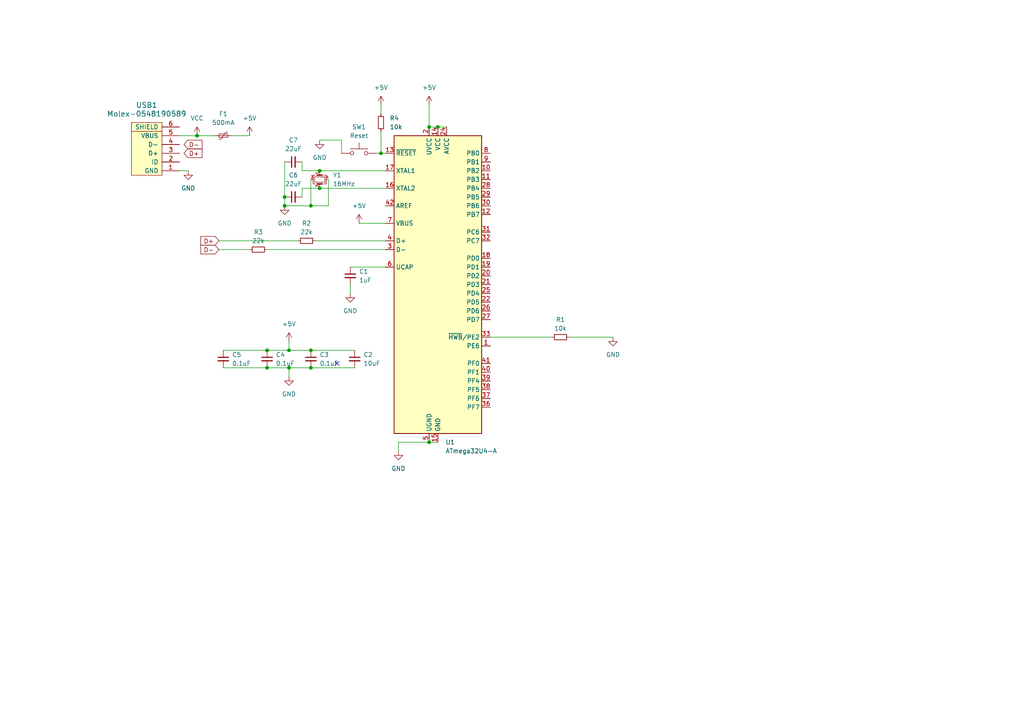
<source format=kicad_sch>
(kicad_sch (version 20230121) (generator eeschema)
  (paper "A4")
  (junction (at 520.7 139.7))
  (junction (at 533.4 114.3))
  (junction (at 124.46 36.83))
  (junction (at 444.5 38.1))
  (junction (at 90.17 59.69))
  (junction (at 476.25 102.87))
  (junction (at 349.25 102.87))
  (junction (at 501.65 77.47))
  (junction (at 520.7 63.5))
  (junction (at 336.55 128.27))
  (junction (at 393.7 114.3))
  (junction (at 355.6 88.9))
  (junction (at 457.2 88.9))
  (junction (at 520.7 88.9))
  (junction (at 323.85 102.87))
  (junction (at 469.9 63.5))
  (junction (at 330.2 88.9))
  (junction (at 83.82 101.6))
  (junction (at 552.45 77.47))
  (junction (at 450.85 26.67))
  (junction (at 438.15 77.47))
  (junction (at 552.45 26.67))
  (junction (at 527.05 77.47))
  (junction (at 400.05 77.47))
  (junction (at 431.8 165.1))
  (junction (at 438.15 128.27))
  (junction (at 317.5 165.1))
  (junction (at 463.55 77.47))
  (junction (at 463.55 52.07))
  (junction (at 444.5 63.5))
  (junction (at 501.65 102.87))
  (junction (at 355.6 38.1))
  (junction (at 463.55 26.67))
  (junction (at 450.85 52.07))
  (junction (at 482.6 139.7))
  (junction (at 495.3 88.9))
  (junction (at 349.25 26.67))
  (junction (at 374.65 128.27))
  (junction (at 361.95 77.47))
  (junction (at 330.2 165.1))
  (junction (at 127 36.83))
  (junction (at 317.5 88.9))
  (junction (at 90.17 106.68))
  (junction (at 527.05 52.07))
  (junction (at 368.3 139.7))
  (junction (at 488.95 26.67))
  (junction (at 482.6 165.1))
  (junction (at 431.8 63.5))
  (junction (at 323.85 26.67))
  (junction (at 419.1 114.3))
  (junction (at 355.6 139.7))
  (junction (at 431.8 139.7))
  (junction (at 450.85 128.27))
  (junction (at 495.3 38.1))
  (junction (at 495.3 139.7))
  (junction (at 400.05 52.07))
  (junction (at 469.9 38.1))
  (junction (at 425.45 26.67))
  (junction (at 450.85 77.47))
  (junction (at 393.7 88.9))
  (junction (at 533.4 88.9))
  (junction (at 425.45 102.87))
  (junction (at 92.71 49.53))
  (junction (at 488.95 52.07))
  (junction (at 450.85 102.87))
  (junction (at 463.55 102.87))
  (junction (at 82.55 59.69))
  (junction (at 520.7 38.1))
  (junction (at 323.85 52.07))
  (junction (at 330.2 114.3))
  (junction (at 393.7 38.1))
  (junction (at 482.6 38.1))
  (junction (at 381 165.1))
  (junction (at 533.4 139.7))
  (junction (at 457.2 38.1))
  (junction (at 387.35 102.87))
  (junction (at 539.75 128.27))
  (junction (at 355.6 165.1))
  (junction (at 444.5 139.7))
  (junction (at 431.8 38.1))
  (junction (at 342.9 38.1))
  (junction (at 323.85 128.27))
  (junction (at 368.3 38.1))
  (junction (at 355.6 63.5))
  (junction (at 444.5 88.9))
  (junction (at 336.55 102.87))
  (junction (at 317.5 63.5))
  (junction (at 463.55 128.27))
  (junction (at 425.45 77.47))
  (junction (at 381 63.5))
  (junction (at 355.6 114.3))
  (junction (at 476.25 77.47))
  (junction (at 110.49 44.45))
  (junction (at 431.8 88.9))
  (junction (at 419.1 38.1))
  (junction (at 488.95 77.47))
  (junction (at 361.95 102.87))
  (junction (at 393.7 63.5))
  (junction (at 400.05 26.67))
  (junction (at 501.65 26.67))
  (junction (at 457.2 63.5))
  (junction (at 317.5 114.3))
  (junction (at 381 139.7))
  (junction (at 381 114.3))
  (junction (at 419.1 63.5))
  (junction (at 457.2 165.1))
  (junction (at 539.75 77.47))
  (junction (at 539.75 52.07))
  (junction (at 349.25 128.27))
  (junction (at 387.35 26.67))
  (junction (at 374.65 52.07))
  (junction (at 476.25 52.07))
  (junction (at 533.4 63.5))
  (junction (at 527.05 26.67))
  (junction (at 361.95 52.07))
  (junction (at 387.35 128.27))
  (junction (at 323.85 77.47))
  (junction (at 539.75 26.67))
  (junction (at 336.55 77.47))
  (junction (at 381 38.1))
  (junction (at 83.82 106.68))
  (junction (at 368.3 165.1))
  (junction (at 374.65 77.47))
  (junction (at 368.3 114.3))
  (junction (at 552.45 102.87))
  (junction (at 330.2 63.5))
  (junction (at 457.2 114.3))
  (junction (at 520.7 114.3))
  (junction (at 387.35 52.07))
  (junction (at 90.17 101.6))
  (junction (at 438.15 52.07))
  (junction (at 444.5 114.3))
  (junction (at 425.45 52.07))
  (junction (at 368.3 63.5))
  (junction (at 476.25 128.27))
  (junction (at 361.95 26.67))
  (junction (at 317.5 38.1))
  (junction (at 419.1 88.9))
  (junction (at 501.65 52.07))
  (junction (at 77.47 106.68))
  (junction (at 482.6 88.9))
  (junction (at 482.6 114.3))
  (junction (at 330.2 139.7))
  (junction (at 82.55 57.15))
  (junction (at 57.15 39.37))
  (junction (at 342.9 139.7))
  (junction (at 469.9 88.9))
  (junction (at 495.3 114.3))
  (junction (at 552.45 52.07))
  (junction (at 488.95 128.27))
  (junction (at 361.95 128.27))
  (junction (at 336.55 52.07))
  (junction (at 469.9 114.3))
  (junction (at 457.2 139.7))
  (junction (at 317.5 139.7))
  (junction (at 482.6 63.5))
  (junction (at 469.9 165.1))
  (junction (at 330.2 38.1))
  (junction (at 124.46 128.27))
  (junction (at 438.15 102.87))
  (junction (at 400.05 102.87))
  (junction (at 336.55 26.67))
  (junction (at 527.05 102.87))
  (junction (at 342.9 165.1))
  (junction (at 469.9 139.7))
  (junction (at 374.65 26.67))
  (junction (at 495.3 165.1))
  (junction (at 393.7 139.7))
  (junction (at 533.4 38.1))
  (junction (at 342.9 88.9))
  (junction (at 387.35 77.47))
  (junction (at 495.3 63.5))
  (junction (at 92.71 54.61))
  (junction (at 77.47 101.6))
  (junction (at 368.3 88.9))
  (junction (at 438.15 26.67))
  (junction (at 539.75 102.87))
  (junction (at 431.8 114.3))
  (junction (at 444.5 165.1))
  (junction (at 374.65 102.87))
  (junction (at 349.25 77.47))
  (junction (at 419.1 139.7))
  (junction (at 349.25 52.07))
  (junction (at 342.9 63.5))
  (junction (at 476.25 26.67))
  (junction (at 501.65 128.27))
  (junction (at 488.95 102.87))
  (junction (at 381 88.9))
  (junction (at 342.9 114.3))
  (no_connect (at 97.79 105.41))
  (wire (pts (xy 521.97 33.02) (xy 520.7 33.02)))
  (wire (pts (xy 469.9 63.5) (xy 482.6 63.5)))
  (wire (pts (xy 420.37 57.15) (xy 420.37 58.42)))
  (wire (pts (xy 356.87 31.75) (xy 356.87 33.02)))
  (wire (pts (xy 450.85 102.87) (xy 450.85 128.27)))
  (wire (pts (xy 382.27 31.75) (xy 382.27 33.02)))
  (wire (pts (xy 463.55 12.7) (xy 463.55 26.67)))
  (wire (pts (xy 124.46 30.48) (xy 124.46 36.83)))
  (wire (pts (xy 534.67 107.95) (xy 534.67 109.22)))
  (wire (pts (xy 463.55 52.07) (xy 463.55 77.47)))
  (wire (pts (xy 400.05 12.7) (xy 400.05 26.67)))
  (wire (pts (xy 374.65 52.07) (xy 374.65 77.47)))
  (wire (pts (xy 425.45 102.87) (xy 425.45 128.27)))
  (wire (pts (xy 463.55 77.47) (xy 463.55 102.87)))
  (wire (pts (xy 420.37 33.02) (xy 419.1 33.02)))
  (wire (pts (xy 323.85 12.7) (xy 323.85 26.67)))
  (wire (pts (xy 469.9 139.7) (xy 482.6 139.7)))
  (wire (pts (xy 483.87 58.42) (xy 482.6 58.42)))
  (wire (pts (xy 483.87 133.35) (xy 483.87 134.62)))
  (wire (pts (xy 369.57 133.35) (xy 369.57 134.62)))
  (wire (pts (xy 539.75 12.7) (xy 539.75 26.67)))
  (wire (pts (xy 445.77 107.95) (xy 445.77 109.22)))
  (wire (pts (xy 469.9 38.1) (xy 482.6 38.1)))
  (wire (pts (xy 483.87 109.22) (xy 482.6 109.22)))
  (wire (pts (xy 382.27 58.42) (xy 381 58.42)))
  (wire (pts (xy 521.97 134.62) (xy 520.7 134.62)))
  (wire (pts (xy 394.97 83.82) (xy 393.7 83.82)))
  (wire (pts (xy 471.17 82.55) (xy 471.17 83.82)))
  (wire (pts (xy 438.15 52.07) (xy 438.15 77.47)))
  (wire (pts (xy 318.77 58.42) (xy 317.5 58.42)))
  (wire (pts (xy 420.37 133.35) (xy 420.37 134.62)))
  (wire (pts (xy 356.87 133.35) (xy 356.87 134.62)))
  (wire (pts (xy 431.8 38.1) (xy 444.5 38.1)))
  (wire (pts (xy 471.17 57.15) (xy 471.17 58.42)))
  (wire (pts (xy 534.67 109.22) (xy 533.4 109.22)))
  (wire (pts (xy 381 114.3) (xy 393.7 114.3)))
  (wire (pts (xy 539.75 128.27) (xy 539.75 153.67)))
  (wire (pts (xy 394.97 107.95) (xy 394.97 109.22)))
  (wire (pts (xy 534.67 158.75) (xy 534.67 160.02)))
  (wire (pts (xy 344.17 58.42) (xy 342.9 58.42)))
  (wire (pts (xy 527.05 77.47) (xy 527.05 102.87)))
  (wire (pts (xy 433.07 133.35) (xy 433.07 134.62)))
  (wire (pts (xy 355.6 165.1) (xy 368.3 165.1)))
  (wire (pts (xy 445.77 109.22) (xy 444.5 109.22)))
  (wire (pts (xy 336.55 12.7) (xy 336.55 26.67)))
  (wire (pts (xy 382.27 57.15) (xy 382.27 58.42)))
  (wire (pts (xy 534.67 83.82) (xy 533.4 83.82)))
  (wire (pts (xy 82.55 46.99) (xy 82.55 57.15)))
  (wire (pts (xy 463.55 128.27) (xy 463.55 153.67)))
  (wire (pts (xy 527.05 26.67) (xy 527.05 52.07)))
  (wire (pts (xy 458.47 33.02) (xy 457.2 33.02)))
  (wire (pts (xy 445.77 57.15) (xy 445.77 58.42)))
  (wire (pts (xy 368.3 165.1) (xy 381 165.1)))
  (wire (pts (xy 482.6 165.1) (xy 495.3 165.1)))
  (wire (pts (xy 501.65 26.67) (xy 501.65 52.07)))
  (wire (pts (xy 393.7 63.5) (xy 419.1 63.5)))
  (wire (pts (xy 433.07 158.75) (xy 433.07 160.02)))
  (wire (pts (xy 374.65 77.47) (xy 374.65 102.87)))
  (wire (pts (xy 420.37 58.42) (xy 419.1 58.42)))
  (wire (pts (xy 165.1 97.79) (xy 177.8 97.79)))
  (wire (pts (xy 318.77 57.15) (xy 318.77 58.42)))
  (wire (pts (xy 547.37 109.22) (xy 546.1 109.22)))
  (wire (pts (xy 101.6 77.47) (xy 111.76 77.47)))
  (wire (pts (xy 457.2 63.5) (xy 469.9 63.5)))
  (wire (pts (xy 520.7 88.9) (xy 533.4 88.9)))
  (wire (pts (xy 445.77 158.75) (xy 445.77 160.02)))
  (wire (pts (xy 344.17 83.82) (xy 342.9 83.82)))
  (wire (pts (xy 99.06 44.45) (xy 99.06 40.64)))
  (wire (pts (xy 382.27 109.22) (xy 381 109.22)))
  (wire (pts (xy 83.82 101.6) (xy 90.17 101.6)))
  (wire (pts (xy 445.77 83.82) (xy 444.5 83.82)))
  (wire (pts (xy 483.87 160.02) (xy 482.6 160.02)))
  (wire (pts (xy 317.5 165.1) (xy 330.2 165.1)))
  (wire (pts (xy 547.37 58.42) (xy 546.1 58.42)))
  (wire (pts (xy 458.47 160.02) (xy 457.2 160.02)))
  (wire (pts (xy 382.27 33.02) (xy 381 33.02)))
  (wire (pts (xy 534.67 160.02) (xy 533.4 160.02)))
  (wire (pts (xy 471.17 158.75) (xy 471.17 160.02)))
  (wire (pts (xy 356.87 134.62) (xy 355.6 134.62)))
  (wire (pts (xy 361.95 52.07) (xy 361.95 77.47)))
  (wire (pts (xy 469.9 114.3) (xy 482.6 114.3)))
  (wire (pts (xy 394.97 134.62) (xy 393.7 134.62)))
  (wire (pts (xy 457.2 88.9) (xy 469.9 88.9)))
  (wire (pts (xy 110.49 30.48) (xy 110.49 33.02)))
  (wire (pts (xy 387.35 77.47) (xy 387.35 102.87)))
  (wire (pts (xy 323.85 77.47) (xy 323.85 102.87)))
  (wire (pts (xy 323.85 128.27) (xy 323.85 153.67)))
  (wire (pts (xy 527.05 12.7) (xy 527.05 26.67)))
  (wire (pts (xy 488.95 12.7) (xy 488.95 26.67)))
  (wire (pts (xy 304.8 38.1) (xy 317.5 38.1)))
  (wire (pts (xy 374.65 12.7) (xy 374.65 26.67)))
  (wire (pts (xy 382.27 82.55) (xy 382.27 83.82)))
  (wire (pts (xy 109.22 44.45) (xy 110.49 44.45)))
  (wire (pts (xy 496.57 83.82) (xy 495.3 83.82)))
  (wire (pts (xy 317.5 139.7) (xy 330.2 139.7)))
  (wire (pts (xy 495.3 63.5) (xy 520.7 63.5)))
  (wire (pts (xy 419.1 38.1) (xy 431.8 38.1)))
  (wire (pts (xy 445.77 33.02) (xy 444.5 33.02)))
  (wire (pts (xy 374.65 26.67) (xy 374.65 52.07)))
  (wire (pts (xy 90.17 52.07) (xy 90.17 59.69)))
  (wire (pts (xy 349.25 52.07) (xy 349.25 77.47)))
  (wire (pts (xy 381 165.1) (xy 431.8 165.1)))
  (wire (pts (xy 387.35 12.7) (xy 387.35 26.67)))
  (wire (pts (xy 496.57 160.02) (xy 495.3 160.02)))
  (wire (pts (xy 304.8 114.3) (xy 317.5 114.3)))
  (wire (pts (xy 342.9 88.9) (xy 355.6 88.9)))
  (wire (pts (xy 394.97 133.35) (xy 394.97 134.62)))
  (wire (pts (xy 83.82 106.68) (xy 83.82 109.22)))
  (wire (pts (xy 482.6 139.7) (xy 495.3 139.7)))
  (wire (pts (xy 304.8 88.9) (xy 317.5 88.9)))
  (wire (pts (xy 382.27 158.75) (xy 382.27 160.02)))
  (wire (pts (xy 330.2 114.3) (xy 342.9 114.3)))
  (wire (pts (xy 547.37 31.75) (xy 547.37 33.02)))
  (wire (pts (xy 539.75 52.07) (xy 539.75 77.47)))
  (wire (pts (xy 356.87 82.55) (xy 356.87 83.82)))
  (wire (pts (xy 336.55 52.07) (xy 336.55 77.47)))
  (wire (pts (xy 317.5 38.1) (xy 330.2 38.1)))
  (wire (pts (xy 67.31 39.37) (xy 72.39 39.37)))
  (wire (pts (xy 420.37 134.62) (xy 419.1 134.62)))
  (wire (pts (xy 444.5 165.1) (xy 457.2 165.1)))
  (wire (pts (xy 342.9 114.3) (xy 355.6 114.3)))
  (wire (pts (xy 394.97 82.55) (xy 394.97 83.82)))
  (wire (pts (xy 521.97 82.55) (xy 521.97 83.82)))
  (wire (pts (xy 304.8 139.7) (xy 317.5 139.7)))
  (wire (pts (xy 433.07 58.42) (xy 431.8 58.42)))
  (wire (pts (xy 444.5 139.7) (xy 457.2 139.7)))
  (wire (pts (xy 92.71 54.61) (xy 111.76 54.61)))
  (wire (pts (xy 476.25 77.47) (xy 476.25 102.87)))
  (wire (pts (xy 323.85 52.07) (xy 323.85 77.47)))
  (wire (pts (xy 356.87 107.95) (xy 356.87 109.22)))
  (wire (pts (xy 369.57 160.02) (xy 368.3 160.02)))
  (wire (pts (xy 520.7 114.3) (xy 533.4 114.3)))
  (wire (pts (xy 438.15 12.7) (xy 438.15 26.67)))
  (wire (pts (xy 336.55 77.47) (xy 336.55 102.87)))
  (wire (pts (xy 495.3 88.9) (xy 520.7 88.9)))
  (wire (pts (xy 361.95 77.47) (xy 361.95 102.87)))
  (wire (pts (xy 382.27 83.82) (xy 381 83.82)))
  (wire (pts (xy 420.37 82.55) (xy 420.37 83.82)))
  (wire (pts (xy 323.85 26.67) (xy 323.85 52.07)))
  (wire (pts (xy 552.45 12.7) (xy 552.45 26.67)))
  (wire (pts (xy 458.47 158.75) (xy 458.47 160.02)))
  (wire (pts (xy 349.25 26.67) (xy 349.25 52.07)))
  (wire (pts (xy 142.24 97.79) (xy 160.02 97.79)))
  (wire (pts (xy 520.7 38.1) (xy 533.4 38.1)))
  (wire (pts (xy 387.35 52.07) (xy 387.35 77.47)))
  (wire (pts (xy 77.47 101.6) (xy 83.82 101.6)))
  (wire (pts (xy 476.25 12.7) (xy 476.25 26.67)))
  (wire (pts (xy 457.2 114.3) (xy 469.9 114.3)))
  (wire (pts (xy 331.47 82.55) (xy 331.47 83.82)))
  (wire (pts (xy 457.2 165.1) (xy 469.9 165.1)))
  (wire (pts (xy 419.1 114.3) (xy 431.8 114.3)))
  (wire (pts (xy 458.47 83.82) (xy 457.2 83.82)))
  (wire (pts (xy 458.47 107.95) (xy 458.47 109.22)))
  (wire (pts (xy 552.45 26.67) (xy 552.45 52.07)))
  (wire (pts (xy 547.37 83.82) (xy 546.1 83.82)))
  (wire (pts (xy 317.5 63.5) (xy 330.2 63.5)))
  (wire (pts (xy 539.75 26.67) (xy 539.75 52.07)))
  (wire (pts (xy 394.97 33.02) (xy 393.7 33.02)))
  (wire (pts (xy 483.87 31.75) (xy 483.87 33.02)))
  (wire (pts (xy 501.65 52.07) (xy 501.65 77.47)))
  (wire (pts (xy 552.45 102.87) (xy 552.45 128.27)))
  (wire (pts (xy 476.25 128.27) (xy 476.25 153.67)))
  (wire (pts (xy 374.65 102.87) (xy 374.65 128.27)))
  (wire (pts (xy 356.87 83.82) (xy 355.6 83.82)))
  (wire (pts (xy 400.05 26.67) (xy 400.05 52.07)))
  (wire (pts (xy 355.6 63.5) (xy 368.3 63.5)))
  (wire (pts (xy 445.77 133.35) (xy 445.77 134.62)))
  (wire (pts (xy 110.49 44.45) (xy 111.76 44.45)))
  (wire (pts (xy 471.17 33.02) (xy 469.9 33.02)))
  (wire (pts (xy 445.77 31.75) (xy 445.77 33.02)))
  (wire (pts (xy 369.57 58.42) (xy 368.3 58.42)))
  (wire (pts (xy 539.75 77.47) (xy 539.75 102.87)))
  (wire (pts (xy 344.17 57.15) (xy 344.17 58.42)))
  (wire (pts (xy 471.17 58.42) (xy 469.9 58.42)))
  (wire (pts (xy 488.95 26.67) (xy 488.95 52.07)))
  (wire (pts (xy 382.27 133.35) (xy 382.27 134.62)))
  (wire (pts (xy 471.17 83.82) (xy 469.9 83.82)))
  (wire (pts (xy 450.85 12.7) (xy 450.85 26.67)))
  (wire (pts (xy 450.85 52.07) (xy 450.85 77.47)))
  (wire (pts (xy 381 88.9) (xy 393.7 88.9)))
  (wire (pts (xy 330.2 165.1) (xy 342.9 165.1)))
  (wire (pts (xy 496.57 33.02) (xy 495.3 33.02)))
  (wire (pts (xy 63.5 69.85) (xy 86.36 69.85)))
  (wire (pts (xy 318.77 160.02) (xy 317.5 160.02)))
  (wire (pts (xy 318.77 133.35) (xy 318.77 134.62)))
  (wire (pts (xy 476.25 102.87) (xy 476.25 128.27)))
  (wire (pts (xy 458.47 58.42) (xy 457.2 58.42)))
  (wire (pts (xy 425.45 12.7) (xy 425.45 26.67)))
  (wire (pts (xy 400.05 52.07) (xy 400.05 77.47)))
  (wire (pts (xy 356.87 158.75) (xy 356.87 160.02)))
  (wire (pts (xy 445.77 82.55) (xy 445.77 83.82)))
  (wire (pts (xy 382.27 107.95) (xy 382.27 109.22)))
  (wire (pts (xy 331.47 83.82) (xy 330.2 83.82)))
  (wire (pts (xy 444.5 63.5) (xy 457.2 63.5)))
  (wire (pts (xy 469.9 88.9) (xy 482.6 88.9)))
  (wire (pts (xy 483.87 158.75) (xy 483.87 160.02)))
  (wire (pts (xy 381 38.1) (xy 393.7 38.1)))
  (wire (pts (xy 521.97 109.22) (xy 520.7 109.22)))
  (wire (pts (xy 330.2 63.5) (xy 342.9 63.5)))
  (wire (pts (xy 387.35 102.87) (xy 387.35 128.27)))
  (wire (pts (xy 458.47 109.22) (xy 457.2 109.22)))
  (wire (pts (xy 496.57 82.55) (xy 496.57 83.82)))
  (wire (pts (xy 482.6 38.1) (xy 495.3 38.1)))
  (wire (pts (xy 534.67 58.42) (xy 533.4 58.42)))
  (wire (pts (xy 355.6 38.1) (xy 368.3 38.1)))
  (wire (pts (xy 318.77 109.22) (xy 317.5 109.22)))
  (wire (pts (xy 110.49 38.1) (xy 110.49 44.45)))
  (wire (pts (xy 501.65 128.27) (xy 501.65 153.67)))
  (wire (pts (xy 344.17 158.75) (xy 344.17 160.02)))
  (wire (pts (xy 92.71 49.53) (xy 111.76 49.53)))
  (wire (pts (xy 344.17 134.62) (xy 342.9 134.62)))
  (wire (pts (xy 431.8 63.5) (xy 444.5 63.5)))
  (wire (pts (xy 356.87 109.22) (xy 355.6 109.22)))
  (wire (pts (xy 520.7 139.7) (xy 533.4 139.7)))
  (wire (pts (xy 369.57 82.55) (xy 369.57 83.82)))
  (wire (pts (xy 458.47 57.15) (xy 458.47 58.42)))
  (wire (pts (xy 77.47 106.68) (xy 83.82 106.68)))
  (wire (pts (xy 331.47 57.15) (xy 331.47 58.42)))
  (wire (pts (xy 318.77 107.95) (xy 318.77 109.22)))
  (wire (pts (xy 425.45 77.47) (xy 425.45 102.87)))
  (wire (pts (xy 420.37 107.95) (xy 420.37 109.22)))
  (wire (pts (xy 433.07 109.22) (xy 431.8 109.22)))
  (wire (pts (xy 87.63 46.99) (xy 87.63 49.53)))
  (wire (pts (xy 355.6 114.3) (xy 368.3 114.3)))
  (wire (pts (xy 330.2 88.9) (xy 342.9 88.9)))
  (wire (pts (xy 52.07 49.53) (xy 54.61 49.53)))
  (wire (pts (xy 99.06 40.64) (xy 92.71 40.64)))
  (wire (pts (xy 331.47 58.42) (xy 330.2 58.42)))
  (wire (pts (xy 304.8 63.5) (xy 317.5 63.5)))
  (wire (pts (xy 394.97 109.22) (xy 393.7 109.22)))
  (wire (pts (xy 527.05 52.07) (xy 527.05 77.47)))
  (wire (pts (xy 115.57 128.27) (xy 115.57 130.81)))
  (wire (pts (xy 483.87 33.02) (xy 482.6 33.02)))
  (wire (pts (xy 431.8 139.7) (xy 444.5 139.7)))
  (wire (pts (xy 361.95 26.67) (xy 361.95 52.07)))
  (wire (pts (xy 331.47 107.95) (xy 331.47 109.22)))
  (wire (pts (xy 57.15 39.37) (xy 62.23 39.37)))
  (wire (pts (xy 471.17 31.75) (xy 471.17 33.02)))
  (wire (pts (xy 336.55 128.27) (xy 336.55 153.67)))
  (wire (pts (xy 318.77 31.75) (xy 318.77 33.02)))
  (wire (pts (xy 349.25 102.87) (xy 349.25 128.27)))
  (wire (pts (xy 361.95 128.27) (xy 361.95 153.67)))
  (wire (pts (xy 342.9 38.1) (xy 355.6 38.1)))
  (wire (pts (xy 355.6 88.9) (xy 368.3 88.9)))
  (wire (pts (xy 547.37 33.02) (xy 546.1 33.02)))
  (wire (pts (xy 64.77 101.6) (xy 77.47 101.6)))
  (wire (pts (xy 394.97 58.42) (xy 393.7 58.42)))
  (wire (pts (xy 482.6 88.9) (xy 495.3 88.9)))
  (wire (pts (xy 433.07 31.75) (xy 433.07 33.02)))
  (wire (pts (xy 431.8 114.3) (xy 444.5 114.3)))
  (wire (pts (xy 444.5 38.1) (xy 457.2 38.1)))
  (wire (pts (xy 349.25 12.7) (xy 349.25 26.67)))
  (wire (pts (xy 444.5 114.3) (xy 457.2 114.3)))
  (wire (pts (xy 450.85 128.27) (xy 450.85 153.67)))
  (wire (pts (xy 496.57 134.62) (xy 495.3 134.62)))
  (wire (pts (xy 356.87 57.15) (xy 356.87 58.42)))
  (wire (pts (xy 425.45 52.07) (xy 425.45 77.47)))
  (wire (pts (xy 331.47 160.02) (xy 330.2 160.02)))
  (wire (pts (xy 382.27 160.02) (xy 381 160.02)))
  (wire (pts (xy 318.77 82.55) (xy 318.77 83.82)))
  (wire (pts (xy 476.25 26.67) (xy 476.25 52.07)))
  (wire (pts (xy 331.47 31.75) (xy 331.47 33.02)))
  (wire (pts (xy 95.25 52.07) (xy 95.25 59.69)))
  (wire (pts (xy 394.97 31.75) (xy 394.97 33.02)))
  (wire (pts (xy 361.95 12.7) (xy 361.95 26.67)))
  (wire (pts (xy 521.97 133.35) (xy 521.97 134.62)))
  (wire (pts (xy 127 36.83) (xy 129.54 36.83)))
  (wire (pts (xy 433.07 160.02) (xy 431.8 160.02)))
  (wire (pts (xy 458.47 134.62) (xy 457.2 134.62)))
  (wire (pts (xy 387.35 26.67) (xy 387.35 52.07)))
  (wire (pts (xy 433.07 107.95) (xy 433.07 109.22)))
  (wire (pts (xy 495.3 139.7) (xy 520.7 139.7)))
  (wire (pts (xy 349.25 77.47) (xy 349.25 102.87)))
  (wire (pts (xy 331.47 158.75) (xy 331.47 160.02)))
  (wire (pts (xy 438.15 77.47) (xy 438.15 102.87)))
  (wire (pts (xy 438.15 128.27) (xy 438.15 153.67)))
  (wire (pts (xy 482.6 63.5) (xy 495.3 63.5)))
  (wire (pts (xy 317.5 88.9) (xy 330.2 88.9)))
  (wire (pts (xy 92.71 49.53) (xy 87.63 49.53)))
  (wire (pts (xy 458.47 82.55) (xy 458.47 83.82)))
  (wire (pts (xy 445.77 134.62) (xy 444.5 134.62)))
  (wire (pts (xy 330.2 38.1) (xy 342.9 38.1)))
  (wire (pts (xy 393.7 139.7) (xy 419.1 139.7)))
  (wire (pts (xy 469.9 165.1) (xy 482.6 165.1)))
  (wire (pts (xy 90.17 59.69) (xy 95.25 59.69)))
  (wire (pts (xy 368.3 139.7) (xy 381 139.7)))
  (wire (pts (xy 457.2 139.7) (xy 469.9 139.7)))
  (wire (pts (xy 369.57 107.95) (xy 369.57 109.22)))
  (wire (pts (xy 444.5 88.9) (xy 457.2 88.9)))
  (wire (pts (xy 349.25 128.27) (xy 349.25 153.67)))
  (wire (pts (xy 318.77 158.75) (xy 318.77 160.02)))
  (wire (pts (xy 342.9 139.7) (xy 355.6 139.7)))
  (wire (pts (xy 318.77 33.02) (xy 317.5 33.02)))
  (wire (pts (xy 336.55 102.87) (xy 336.55 128.27)))
  (wire (pts (xy 344.17 82.55) (xy 344.17 83.82)))
  (wire (pts (xy 450.85 26.67) (xy 450.85 52.07)))
  (wire (pts (xy 331.47 109.22) (xy 330.2 109.22)))
  (wire (pts (xy 419.1 88.9) (xy 431.8 88.9)))
  (wire (pts (xy 476.25 52.07) (xy 476.25 77.47)))
  (wire (pts (xy 496.57 31.75) (xy 496.57 33.02)))
  (wire (pts (xy 547.37 82.55) (xy 547.37 83.82)))
  (wire (pts (xy 369.57 83.82) (xy 368.3 83.82)))
  (wire (pts (xy 91.44 69.85) (xy 111.76 69.85)))
  (wire (pts (xy 520.7 63.5) (xy 533.4 63.5)))
  (wire (pts (xy 496.57 158.75) (xy 496.57 160.02)))
  (wire (pts (xy 445.77 160.02) (xy 444.5 160.02)))
  (wire (pts (xy 101.6 82.55) (xy 101.6 85.09)))
  (wire (pts (xy 369.57 158.75) (xy 369.57 160.02)))
  (wire (pts (xy 90.17 101.6) (xy 102.87 101.6)))
  (wire (pts (xy 368.3 114.3) (xy 381 114.3)))
  (wire (pts (xy 425.45 26.67) (xy 425.45 52.07)))
  (wire (pts (xy 64.77 106.68) (xy 77.47 106.68)))
  (wire (pts (xy 420.37 31.75) (xy 420.37 33.02)))
  (wire (pts (xy 82.55 57.15) (xy 82.55 59.69)))
  (wire (pts (xy 369.57 57.15) (xy 369.57 58.42)))
  (wire (pts (xy 381 63.5) (xy 393.7 63.5)))
  (wire (pts (xy 433.07 134.62) (xy 431.8 134.62)))
  (wire (pts (xy 534.67 57.15) (xy 534.67 58.42)))
  (wire (pts (xy 547.37 57.15) (xy 547.37 58.42)))
  (wire (pts (xy 356.87 58.42) (xy 355.6 58.42)))
  (wire (pts (xy 496.57 57.15) (xy 496.57 58.42)))
  (wire (pts (xy 368.3 88.9) (xy 381 88.9)))
  (wire (pts (xy 547.37 133.35) (xy 547.37 134.62)))
  (wire (pts (xy 77.47 72.39) (xy 111.76 72.39)))
  (wire (pts (xy 488.95 102.87) (xy 488.95 128.27)))
  (wire (pts (xy 501.65 12.7) (xy 501.65 26.67)))
  (wire (pts (xy 387.35 128.27) (xy 387.35 153.67)))
  (wire (pts (xy 495.3 114.3) (xy 520.7 114.3)))
  (wire (pts (xy 381 139.7) (xy 393.7 139.7)))
  (wire (pts (xy 501.65 102.87) (xy 501.65 128.27)))
  (wire (pts (xy 90.17 59.69) (xy 82.55 59.69)))
  (wire (pts (xy 361.95 102.87) (xy 361.95 128.27)))
  (wire (pts (xy 90.17 106.68) (xy 102.87 106.68)))
  (wire (pts (xy 527.05 102.87) (xy 527.05 128.27)))
  (wire (pts (xy 368.3 38.1) (xy 381 38.1)))
  (wire (pts (xy 342.9 63.5) (xy 355.6 63.5)))
  (wire (pts (xy 534.67 133.35) (xy 534.67 134.62)))
  (wire (pts (xy 534.67 134.62) (xy 533.4 134.62)))
  (wire (pts (xy 368.3 63.5) (xy 381 63.5)))
  (wire (pts (xy 533.4 139.7) (xy 546.1 139.7)))
  (wire (pts (xy 496.57 58.42) (xy 495.3 58.42)))
  (wire (pts (xy 420.37 109.22) (xy 419.1 109.22)))
  (wire (pts (xy 552.45 52.07) (xy 552.45 77.47)))
  (wire (pts (xy 457.2 38.1) (xy 469.9 38.1)))
  (wire (pts (xy 433.07 83.82) (xy 431.8 83.82)))
  (wire (pts (xy 433.07 33.02) (xy 431.8 33.02)))
  (wire (pts (xy 393.7 114.3) (xy 419.1 114.3)))
  (wire (pts (xy 344.17 133.35) (xy 344.17 134.62)))
  (wire (pts (xy 495.3 38.1) (xy 520.7 38.1)))
  (wire (pts (xy 52.07 39.37) (xy 57.15 39.37)))
  (wire (pts (xy 369.57 134.62) (xy 368.3 134.62)))
  (wire (pts (xy 394.97 57.15) (xy 394.97 58.42)))
  (wire (pts (xy 393.7 38.1) (xy 419.1 38.1)))
  (wire (pts (xy 533.4 88.9) (xy 546.1 88.9)))
  (wire (pts (xy 355.6 139.7) (xy 368.3 139.7)))
  (wire (pts (xy 369.57 109.22) (xy 368.3 109.22)))
  (wire (pts (xy 471.17 160.02) (xy 469.9 160.02)))
  (wire (pts (xy 483.87 107.95) (xy 483.87 109.22)))
  (wire (pts (xy 482.6 114.3) (xy 495.3 114.3)))
  (wire (pts (xy 393.7 88.9) (xy 419.1 88.9)))
  (wire (pts (xy 83.82 99.06) (xy 83.82 101.6)))
  (wire (pts (xy 433.07 57.15) (xy 433.07 58.42)))
  (wire (pts (xy 445.77 58.42) (xy 444.5 58.42)))
  (wire (pts (xy 356.87 160.02) (xy 355.6 160.02)))
  (wire (pts (xy 420.37 83.82) (xy 419.1 83.82)))
  (wire (pts (xy 400.05 77.47) (xy 400.05 102.87)))
  (wire (pts (xy 342.9 165.1) (xy 355.6 165.1)))
  (wire (pts (xy 431.8 165.1) (xy 444.5 165.1)))
  (wire (pts (xy 323.85 102.87) (xy 323.85 128.27)))
  (wire (pts (xy 471.17 107.95) (xy 471.17 109.22)))
  (wire (pts (xy 534.67 82.55) (xy 534.67 83.82)))
  (wire (pts (xy 471.17 109.22) (xy 469.9 109.22)))
  (wire (pts (xy 318.77 83.82) (xy 317.5 83.82)))
  (wire (pts (xy 458.47 133.35) (xy 458.47 134.62)))
  (wire (pts (xy 534.67 31.75) (xy 534.67 33.02)))
  (wire (pts (xy 124.46 128.27) (xy 127 128.27)))
  (wire (pts (xy 382.27 134.62) (xy 381 134.62)))
  (wire (pts (xy 533.4 114.3) (xy 546.1 114.3)))
  (wire (pts (xy 344.17 160.02) (xy 342.9 160.02)))
  (wire (pts (xy 533.4 63.5) (xy 546.1 63.5)))
  (wire (pts (xy 369.57 31.75) (xy 369.57 33.02)))
  (wire (pts (xy 501.65 77.47) (xy 501.65 102.87)))
  (wire (pts (xy 87.63 54.61) (xy 92.71 54.61)))
  (wire (pts (xy 317.5 114.3) (xy 330.2 114.3)))
  (wire (pts (xy 318.77 134.62) (xy 317.5 134.62)))
  (wire (pts (xy 331.47 33.02) (xy 330.2 33.02)))
  (wire (pts (xy 521.97 58.42) (xy 520.7 58.42)))
  (wire (pts (xy 344.17 33.02) (xy 342.9 33.02)))
  (wire (pts (xy 433.07 82.55) (xy 433.07 83.82)))
  (wire (pts (xy 463.55 102.87) (xy 463.55 128.27)))
  (wire (pts (xy 124.46 36.83) (xy 127 36.83)))
  (wire (pts (xy 488.95 77.47) (xy 488.95 102.87)))
  (wire (pts (xy 552.45 77.47) (xy 552.45 102.87)))
  (wire (pts (xy 488.95 128.27) (xy 488.95 153.67)))
  (wire (pts (xy 344.17 109.22) (xy 342.9 109.22)))
  (wire (pts (xy 547.37 107.95) (xy 547.37 109.22)))
  (wire (pts (xy 521.97 107.95) (xy 521.97 109.22)))
  (wire (pts (xy 369.57 33.02) (xy 368.3 33.02)))
  (wire (pts (xy 483.87 83.82) (xy 482.6 83.82)))
  (wire (pts (xy 483.87 82.55) (xy 483.87 83.82)))
  (wire (pts (xy 488.95 52.07) (xy 488.95 77.47)))
  (wire (pts (xy 374.65 128.27) (xy 374.65 153.67)))
  (wire (pts (xy 331.47 133.35) (xy 331.47 134.62)))
  (wire (pts (xy 547.37 134.62) (xy 546.1 134.62)))
  (wire (pts (xy 438.15 102.87) (xy 438.15 128.27)))
  (wire (pts (xy 496.57 107.95) (xy 496.57 109.22)))
  (wire (pts (xy 533.4 38.1) (xy 546.1 38.1)))
  (wire (pts (xy 83.82 106.68) (xy 90.17 106.68)))
  (wire (pts (xy 495.3 165.1) (xy 533.4 165.1)))
  (wire (pts (xy 539.75 102.87) (xy 539.75 128.27)))
  (wire (pts (xy 521.97 83.82) (xy 520.7 83.82)))
  (wire (pts (xy 471.17 134.62) (xy 469.9 134.62)))
  (wire (pts (xy 344.17 31.75) (xy 344.17 33.02)))
  (wire (pts (xy 521.97 57.15) (xy 521.97 58.42)))
  (wire (pts (xy 104.14 64.77) (xy 111.76 64.77)))
  (wire (pts (xy 124.46 128.27) (xy 115.57 128.27)))
  (wire (pts (xy 483.87 134.62) (xy 482.6 134.62)))
  (wire (pts (xy 496.57 109.22) (xy 495.3 109.22)))
  (wire (pts (xy 63.5 72.39) (xy 72.39 72.39)))
  (wire (pts (xy 304.8 165.1) (xy 317.5 165.1)))
  (wire (pts (xy 471.17 133.35) (xy 471.17 134.62)))
  (wire (pts (xy 483.87 57.15) (xy 483.87 58.42)))
  (wire (pts (xy 344.17 107.95) (xy 344.17 109.22)))
  (wire (pts (xy 438.15 26.67) (xy 438.15 52.07)))
  (wire (pts (xy 356.87 33.02) (xy 355.6 33.02)))
  (wire (pts (xy 496.57 133.35) (xy 496.57 134.62)))
  (wire (pts (xy 331.47 134.62) (xy 330.2 134.62)))
  (wire (pts (xy 450.85 77.47) (xy 450.85 102.87)))
  (wire (pts (xy 330.2 139.7) (xy 342.9 139.7)))
  (wire (pts (xy 400.05 102.87) (xy 400.05 128.27)))
  (wire (pts (xy 336.55 26.67) (xy 336.55 52.07)))
  (wire (pts (xy 87.63 57.15) (xy 87.63 54.61)))
  (wire (pts (xy 521.97 31.75) (xy 521.97 33.02)))
  (wire (pts (xy 419.1 139.7) (xy 431.8 139.7)))
  (wire (pts (xy 463.55 26.67) (xy 463.55 52.07)))
  (wire (pts (xy 458.47 31.75) (xy 458.47 33.02)))
  (wire (pts (xy 431.8 88.9) (xy 444.5 88.9)))
  (wire (pts (xy 419.1 63.5) (xy 431.8 63.5)))
  (wire (pts (xy 534.67 33.02) (xy 533.4 33.02)))
  (global_label "ROW0" (shape input) (at 304.8 38.1 180) (property "Intersheetrefs" "${INTERSHEET_REFS}" (effects hide)))
  (global_label "D+" (shape input) (at 63.5 69.85 180) (property "Intersheetrefs" "${INTERSHEET_REFS}" (effects hide)))
  (global_label "ROW1" (shape input) (at 304.8 63.5 180) (property "Intersheetrefs" "${INTERSHEET_REFS}" (effects hide)))
  (global_label "COL14" (shape input) (at 527.05 12.7 90) (property "Intersheetrefs" "${INTERSHEET_REFS}" (effects hide)))
  (global_label "COL16" (shape input) (at 552.45 12.7 90) (property "Intersheetrefs" "${INTERSHEET_REFS}" (effects hide)))
  (global_label "COL3" (shape input) (at 361.95 12.7 90) (property "Intersheetrefs" "${INTERSHEET_REFS}" (effects hide)))
  (global_label "COL11" (shape input) (at 476.25 12.7 90) (property "Intersheetrefs" "${INTERSHEET_REFS}" (effects hide)))
  (global_label "COL0" (shape input) (at 323.85 12.7 90) (property "Intersheetrefs" "${INTERSHEET_REFS}" (effects hide)))
  (global_label "D+" (shape input) (at 53.34 44.45 0) (property "Intersheetrefs" "${INTERSHEET_REFS}" (effects hide)))
  (global_label "ROW2" (shape input) (at 304.8 88.9 180) (property "Intersheetrefs" "${INTERSHEET_REFS}" (effects hide)))
  (global_label "D-" (shape input) (at 53.34 41.91 0) (property "Intersheetrefs" "${INTERSHEET_REFS}" (effects hide)))
  (global_label "COL4" (shape input) (at 374.65 12.7 90) (property "Intersheetrefs" "${INTERSHEET_REFS}" (effects hide)))
  (global_label "COL2" (shape input) (at 349.25 12.7 90) (property "Intersheetrefs" "${INTERSHEET_REFS}" (effects hide)))
  (global_label "COL8" (shape input) (at 438.15 12.7 90) (property "Intersheetrefs" "${INTERSHEET_REFS}" (effects hide)))
  (global_label "COL10" (shape input) (at 463.55 12.7 90) (property "Intersheetrefs" "${INTERSHEET_REFS}" (effects hide)))
  (global_label "ROW5" (shape input) (at 304.8 165.1 180) (property "Intersheetrefs" "${INTERSHEET_REFS}" (effects hide)))
  (global_label "COL15" (shape input) (at 539.75 12.7 90) (property "Intersheetrefs" "${INTERSHEET_REFS}" (effects hide)))
  (global_label "ROW3" (shape input) (at 304.8 114.3 180) (property "Intersheetrefs" "${INTERSHEET_REFS}" (effects hide)))
  (global_label "ROW4" (shape input) (at 304.8 139.7 180) (property "Intersheetrefs" "${INTERSHEET_REFS}" (effects hide)))
  (global_label "COL12" (shape input) (at 488.95 12.7 90) (property "Intersheetrefs" "${INTERSHEET_REFS}" (effects hide)))
  (global_label "COL13" (shape input) (at 501.65 12.7 90) (property "Intersheetrefs" "${INTERSHEET_REFS}" (effects hide)))
  (global_label "COL9" (shape input) (at 450.85 12.7 90) (property "Intersheetrefs" "${INTERSHEET_REFS}" (effects hide)))
  (global_label "COL5" (shape input) (at 387.35 12.7 90) (property "Intersheetrefs" "${INTERSHEET_REFS}" (effects hide)))
  (global_label "D-" (shape input) (at 63.5 72.39 180) (property "Intersheetrefs" "${INTERSHEET_REFS}" (effects hide)))
  (global_label "COL6" (shape input) (at 400.05 12.7 90) (property "Intersheetrefs" "${INTERSHEET_REFS}" (effects hide)))
  (global_label "COL7" (shape input) (at 425.45 12.7 90) (property "Intersheetrefs" "${INTERSHEET_REFS}" (effects hide)))
  (global_label "COL1" (shape input) (at 336.55 12.7 90) (property "Intersheetrefs" "${INTERSHEET_REFS}" (effects hide)))
  (symbol (lib_id "Device:D_Small") (at 368.3 60.96 90) (unit 1)
    (property "Reference" "D26" (at 370.84 59.69 90) (effects (justify right)))
    (property "Value" "D_Small" (at 370.84 62.23 90) (effects (justify right)))
    (property "Footprint" "Diode_SMD:D_SOD-123" (effects hide))
    (property "Sim.Device" "D" (effects hide))
    (property "Sim.Pins" "1=K 2=A" (effects hide))
  )
  (symbol (lib_id "MX_Alps_Hybrid:MX-NoLED") (at 485.14 53.34 0) (unit 1)
    (property "Reference" "MX72" (at 486.0352 46.99 0) (effects (font (size 1.524 1.524))))
    (property "Value" "MX-NoLED" (at 486.0352 49.53 0) (effects (font (size 0.508 0.508))))
    (property "Footprint" "Button_Switch_Keyboard:SW_Cherry_MX_1.00u_PCB" (effects hide))
  )
  (symbol (lib_id "MX_Alps_Hybrid:MX-NoLED") (at 485.14 129.54 0) (unit 1)
    (property "Reference" "MX75" (at 486.0352 123.19 0) (effects (font (size 1.524 1.524))))
    (property "Value" "MX-NoLED" (at 486.0352 125.73 0) (effects (font (size 0.508 0.508))))
    (property "Footprint" "Button_Switch_Keyboard:SW_Cherry_MX_1.00u_PCB" (effects hide))
  )
  (symbol (lib_id "MX_Alps_Hybrid:MX-NoLED") (at 383.54 129.54 0) (unit 1)
    (property "Reference" "MX35" (at 384.4352 123.19 0) (effects (font (size 1.524 1.524))))
    (property "Value" "MX-NoLED" (at 384.4352 125.73 0) (effects (font (size 0.508 0.508))))
    (property "Footprint" "Button_Switch_Keyboard:SW_Cherry_MX_1.00u_PCB" (effects hide))
  )
  (symbol (lib_id "MX_Alps_Hybrid:MX-NoLED") (at 472.44 154.94 0) (unit 1)
    (property "Reference" "MX70" (at 473.3352 148.59 0) (effects (font (size 1.524 1.524))))
    (property "Value" "MX-NoLED" (at 473.3352 151.13 0) (effects (font (size 0.508 0.508))))
    (property "Footprint" "Button_Switch_Keyboard:SW_Cherry_MX_1.00u_PCB" (effects hide))
  )
  (symbol (lib_id "Device:D_Small") (at 317.5 137.16 90) (unit 1)
    (property "Reference" "D5" (at 320.04 135.89 90) (effects (justify right)))
    (property "Value" "D_Small" (at 320.04 138.43 90) (effects (justify right)))
    (property "Footprint" "Diode_SMD:D_SOD-123" (effects hide))
    (property "Sim.Device" "D" (effects hide))
    (property "Sim.Pins" "1=K 2=A" (effects hide))
  )
  (symbol (lib_id "Device:D_Small") (at 381 60.96 90) (unit 1)
    (property "Reference" "D32" (at 383.54 59.69 90) (effects (justify right)))
    (property "Value" "D_Small" (at 383.54 62.23 90) (effects (justify right)))
    (property "Footprint" "Diode_SMD:D_SOD-123" (effects hide))
    (property "Sim.Device" "D" (effects hide))
    (property "Sim.Pins" "1=K 2=A" (effects hide))
  )
  (symbol (lib_id "MX_Alps_Hybrid:MX-NoLED") (at 370.84 129.54 0) (unit 1)
    (property "Reference" "MX29" (at 371.7352 123.19 0) (effects (font (size 1.524 1.524))))
    (property "Value" "MX-NoLED" (at 371.7352 125.73 0) (effects (font (size 0.508 0.508))))
    (property "Footprint" "Button_Switch_Keyboard:SW_Cherry_MX_1.00u_PCB" (effects hide))
  )
  (symbol (lib_id "MX_Alps_Hybrid:MX-NoLED") (at 320.04 78.74 0) (unit 1)
    (property "Reference" "MX3" (at 320.9352 72.39 0) (effects (font (size 1.524 1.524))))
    (property "Value" "MX-NoLED" (at 320.9352 74.93 0) (effects (font (size 0.508 0.508))))
    (property "Footprint" "Button_Switch_Keyboard:SW_Cherry_MX_1.00u_PCB" (effects hide))
  )
  (symbol (lib_id "Device:C_Small") (at 85.09 46.99 90) (unit 1)
    (property "Reference" "C7" (at 85.0963 40.64 90))
    (property "Value" "22uF" (at 85.0963 43.18 90))
    (property "Footprint" "Capacitor_SMD:C_0805_2012Metric" (effects hide))
  )
  (symbol (lib_id "Device:D_Small") (at 482.6 111.76 90) (unit 1)
    (property "Reference" "D74" (at 485.14 110.49 90) (effects (justify right)))
    (property "Value" "D_Small" (at 485.14 113.03 90) (effects (justify right)))
    (property "Footprint" "Diode_SMD:D_SOD-123" (effects hide))
    (property "Sim.Device" "D" (effects hide))
    (property "Sim.Pins" "1=K 2=A" (effects hide))
  )
  (symbol (lib_id "power:GND") (at 115.57 130.81 0) (unit 1)
    (property "Reference" "#PWR02" (effects hide))
    (property "Value" "GND" (at 115.57 135.89 0))
  )
  (symbol (lib_id "Device:D_Small") (at 419.1 111.76 90) (unit 1)
    (property "Reference" "D45" (at 421.64 110.49 90) (effects (justify right)))
    (property "Value" "D_Small" (at 421.64 113.03 90) (effects (justify right)))
    (property "Footprint" "Diode_SMD:D_SOD-123" (effects hide))
    (property "Sim.Device" "D" (effects hide))
    (property "Sim.Pins" "1=K 2=A" (effects hide))
  )
  (symbol (lib_id "MX_Alps_Hybrid:MX-NoLED") (at 396.24 78.74 0) (unit 1)
    (property "Reference" "MX39" (at 397.1352 72.39 0) (effects (font (size 1.524 1.524))))
    (property "Value" "MX-NoLED" (at 397.1352 74.93 0) (effects (font (size 0.508 0.508))))
    (property "Footprint" "Button_Switch_Keyboard:SW_Cherry_MX_1.00u_PCB" (effects hide))
  )
  (symbol (lib_id "Device:D_Small") (at 431.8 35.56 90) (unit 1)
    (property "Reference" "D47" (at 434.34 34.29 90) (effects (justify right)))
    (property "Value" "D_Small" (at 434.34 36.83 90) (effects (justify right)))
    (property "Footprint" "Diode_SMD:D_SOD-123" (effects hide))
    (property "Sim.Device" "D" (effects hide))
    (property "Sim.Pins" "1=K 2=A" (effects hide))
  )
  (symbol (lib_id "MX_Alps_Hybrid:MX-NoLED") (at 421.64 78.74 0) (unit 1)
    (property "Reference" "MX44" (at 422.5352 72.39 0) (effects (font (size 1.524 1.524))))
    (property "Value" "MX-NoLED" (at 422.5352 74.93 0) (effects (font (size 0.508 0.508))))
    (property "Footprint" "Button_Switch_Keyboard:SW_Cherry_MX_1.00u_PCB" (effects hide))
  )
  (symbol (lib_id "Device:D_Small") (at 355.6 60.96 90) (unit 1)
    (property "Reference" "D20" (at 358.14 59.69 90) (effects (justify right)))
    (property "Value" "D_Small" (at 358.14 62.23 90) (effects (justify right)))
    (property "Footprint" "Diode_SMD:D_SOD-123" (effects hide))
    (property "Sim.Device" "D" (effects hide))
    (property "Sim.Pins" "1=K 2=A" (effects hide))
  )
  (symbol (lib_id "Device:D_Small") (at 444.5 162.56 90) (unit 1)
    (property "Reference" "D58" (at 447.04 161.29 90) (effects (justify right)))
    (property "Value" "D_Small" (at 447.04 163.83 90) (effects (justify right)))
    (property "Footprint" "Diode_SMD:D_SOD-123" (effects hide))
    (property "Sim.Device" "D" (effects hide))
    (property "Sim.Pins" "1=K 2=A" (effects hide))
  )
  (symbol (lib_id "MX_Alps_Hybrid:MX-NoLED") (at 447.04 78.74 0) (unit 1)
    (property "Reference" "MX55" (at 447.9352 72.39 0) (effects (font (size 1.524 1.524))))
    (property "Value" "MX-NoLED" (at 447.9352 74.93 0) (effects (font (size 0.508 0.508))))
    (property "Footprint" "Button_Switch_Keyboard:SW_Cherry_MX_1.00u_PCB" (effects hide))
  )
  (symbol (lib_id "Device:C_Small") (at 101.6 80.01 0) (unit 1)
    (property "Reference" "C1" (at 104.14 78.7463 0) (effects (justify left)))
    (property "Value" "1uF" (at 104.14 81.2863 0) (effects (justify left)))
    (property "Footprint" "Capacitor_SMD:C_0805_2012Metric" (effects hide))
  )
  (symbol (lib_id "MX_Alps_Hybrid:MX-NoLED") (at 523.24 53.34 0) (unit 1)
    (property "Reference" "MX84" (at 524.1352 46.99 0) (effects (font (size 1.524 1.524))))
    (property "Value" "MX-NoLED" (at 524.1352 49.53 0) (effects (font (size 0.508 0.508))))
    (property "Footprint" "Button_Switch_Keyboard:SW_Cherry_MX_1.00u_PCB" (effects hide))
  )
  (symbol (lib_id "power:+5V") (at 110.49 30.48 0) (unit 1)
    (property "Reference" "#PWR010" (effects hide))
    (property "Value" "+5V" (at 110.49 25.4 0))
  )
  (symbol (lib_id "MX_Alps_Hybrid:MX-NoLED") (at 497.84 27.94 0) (unit 1)
    (property "Reference" "MX77" (at 498.7352 21.59 0) (effects (font (size 1.524 1.524))))
    (property "Value" "MX-NoLED" (at 498.7352 24.13 0) (effects (font (size 0.508 0.508))))
    (property "Footprint" "Button_Switch_Keyboard:SW_Cherry_MX_1.00u_PCB" (effects hide))
  )
  (symbol (lib_id "Device:D_Small") (at 342.9 35.56 90) (unit 1)
    (property "Reference" "D13" (at 345.44 34.29 90) (effects (justify right)))
    (property "Value" "D_Small" (at 345.44 36.83 90) (effects (justify right)))
    (property "Footprint" "Diode_SMD:D_SOD-123" (effects hide))
    (property "Sim.Device" "D" (effects hide))
    (property "Sim.Pins" "1=K 2=A" (effects hide))
  )
  (symbol (lib_id "MX_Alps_Hybrid:MX-NoLED") (at 345.44 78.74 0) (unit 1)
    (property "Reference" "MX15" (at 346.3352 72.39 0) (effects (font (size 1.524 1.524))))
    (property "Value" "MX-NoLED" (at 346.3352 74.93 0) (effects (font (size 0.508 0.508))))
    (property "Footprint" "Button_Switch_Keyboard:SW_Cherry_MX_1.00u_PCB" (effects hide))
  )
  (symbol (lib_id "Device:D_Small") (at 520.7 60.96 90) (unit 1)
    (property "Reference" "D84" (at 523.24 59.69 90) (effects (justify right)))
    (property "Value" "D_Small" (at 523.24 62.23 90) (effects (justify right)))
    (property "Footprint" "Diode_SMD:D_SOD-123" (effects hide))
    (property "Sim.Device" "D" (effects hide))
    (property "Sim.Pins" "1=K 2=A" (effects hide))
  )
  (symbol (lib_id "Device:D_Small") (at 495.3 86.36 90) (unit 1)
    (property "Reference" "D79" (at 497.84 85.09 90) (effects (justify right)))
    (property "Value" "D_Small" (at 497.84 87.63 90) (effects (justify right)))
    (property "Footprint" "Diode_SMD:D_SOD-123" (effects hide))
    (property "Sim.Device" "D" (effects hide))
    (property "Sim.Pins" "1=K 2=A" (effects hide))
  )
  (symbol (lib_id "MX_Alps_Hybrid:MX-NoLED") (at 459.74 129.54 0) (unit 1)
    (property "Reference" "MX63" (at 460.6352 123.19 0) (effects (font (size 1.524 1.524))))
    (property "Value" "MX-NoLED" (at 460.6352 125.73 0) (effects (font (size 0.508 0.508))))
    (property "Footprint" "Button_Switch_Keyboard:SW_Cherry_MX_1.00u_PCB" (effects hide))
  )
  (symbol (lib_id "Device:R_Small") (at 162.56 97.79 90) (unit 1)
    (property "Reference" "R1" (at 162.56 92.71 90))
    (property "Value" "10k" (at 162.56 95.25 90))
    (property "Footprint" "Resistor_SMD:R_0805_2012Metric" (effects hide))
  )
  (symbol (lib_id "Device:D_Small") (at 342.9 162.56 90) (unit 1)
    (property "Reference" "D18" (at 345.44 161.29 90) (effects (justify right)))
    (property "Value" "D_Small" (at 345.44 163.83 90) (effects (justify right)))
    (property "Footprint" "Diode_SMD:D_SOD-123" (effects hide))
    (property "Sim.Device" "D" (effects hide))
    (property "Sim.Pins" "1=K 2=A" (effects hide))
  )
  (symbol (lib_id "Device:D_Small") (at 546.1 60.96 90) (unit 1)
    (property "Reference" "D95" (at 548.64 59.69 90) (effects (justify right)))
    (property "Value" "D_Small" (at 548.64 62.23 90) (effects (justify right)))
    (property "Footprint" "Diode_SMD:D_SOD-123" (effects hide))
    (property "Sim.Device" "D" (effects hide))
    (property "Sim.Pins" "1=K 2=A" (effects hide))
  )
  (symbol (lib_id "MX_Alps_Hybrid:MX-NoLED") (at 497.84 104.14 0) (unit 1)
    (property "Reference" "MX80" (at 498.7352 97.79 0) (effects (font (size 1.524 1.524))))
    (property "Value" "MX-NoLED" (at 498.7352 100.33 0) (effects (font (size 0.508 0.508))))
    (property "Footprint" "Button_Switch_Keyboard:SW_Cherry_MX_1.00u_PCB" (effects hide))
  )
  (symbol (lib_id "MX_Alps_Hybrid:MX-NoLED") (at 485.14 104.14 0) (unit 1)
    (property "Reference" "MX74" (at 486.0352 97.79 0) (effects (font (size 1.524 1.524))))
    (property "Value" "MX-NoLED" (at 486.0352 100.33 0) (effects (font (size 0.508 0.508))))
    (property "Footprint" "Button_Switch_Keyboard:SW_Cherry_MX_1.00u_PCB" (effects hide))
  )
  (symbol (lib_id "Device:R_Small") (at 88.9 69.85 90) (unit 1)
    (property "Reference" "R2" (at 88.9 64.77 90))
    (property "Value" "22k" (at 88.9 67.31 90))
    (property "Footprint" "Resistor_SMD:R_0805_2012Metric" (effects hide))
  )
  (symbol (lib_id "Device:D_Small") (at 355.6 86.36 90) (unit 1)
    (property "Reference" "D21" (at 358.14 85.09 90) (effects (justify right)))
    (property "Value" "D_Small" (at 358.14 87.63 90) (effects (justify right)))
    (property "Footprint" "Diode_SMD:D_SOD-123" (effects hide))
    (property "Sim.Device" "D" (effects hide))
    (property "Sim.Pins" "1=K 2=A" (effects hide))
  )
  (symbol (lib_id "MX_Alps_Hybrid:MX-NoLED") (at 472.44 53.34 0) (unit 1)
    (property "Reference" "MX66" (at 473.3352 46.99 0) (effects (font (size 1.524 1.524))))
    (property "Value" "MX-NoLED" (at 473.3352 49.53 0) (effects (font (size 0.508 0.508))))
    (property "Footprint" "Button_Switch_Keyboard:SW_Cherry_MX_1.00u_PCB" (effects hide))
  )
  (symbol (lib_id "Device:D_Small") (at 533.4 111.76 90) (unit 1)
    (property "Reference" "D91" (at 535.94 110.49 90) (effects (justify right)))
    (property "Value" "D_Small" (at 535.94 113.03 90) (effects (justify right)))
    (property "Footprint" "Diode_SMD:D_SOD-123" (effects hide))
    (property "Sim.Device" "D" (effects hide))
    (property "Sim.Pins" "1=K 2=A" (effects hide))
  )
  (symbol (lib_id "Device:D_Small") (at 546.1 137.16 90) (unit 1)
    (property "Reference" "D98" (at 548.64 135.89 90) (effects (justify right)))
    (property "Value" "D_Small" (at 548.64 138.43 90) (effects (justify right)))
    (property "Footprint" "Diode_SMD:D_SOD-123" (effects hide))
    (property "Sim.Device" "D" (effects hide))
    (property "Sim.Pins" "1=K 2=A" (effects hide))
  )
  (symbol (lib_id "MX_Alps_Hybrid:MX-NoLED") (at 383.54 78.74 0) (unit 1)
    (property "Reference" "MX33" (at 384.4352 72.39 0) (effects (font (size 1.524 1.524))))
    (property "Value" "MX-NoLED" (at 384.4352 74.93 0) (effects (font (size 0.508 0.508))))
    (property "Footprint" "Button_Switch_Keyboard:SW_Cherry_MX_1.00u_PCB" (effects hide))
  )
  (symbol (lib_id "MX_Alps_Hybrid:MX-NoLED") (at 497.84 154.94 0) (unit 1)
    (property "Reference" "MX82" (at 498.7352 148.59 0) (effects (font (size 1.524 1.524))))
    (property "Value" "MX-NoLED" (at 498.7352 151.13 0) (effects (font (size 0.508 0.508))))
    (property "Footprint" "Button_Switch_Keyboard:SW_Cherry_MX_1.00u_PCB" (effects hide))
  )
  (symbol (lib_id "Device:D_Small") (at 457.2 35.56 90) (unit 1)
    (property "Reference" "D59" (at 459.74 34.29 90) (effects (justify right)))
    (property "Value" "D_Small" (at 459.74 36.83 90) (effects (justify right)))
    (property "Footprint" "Diode_SMD:D_SOD-123" (effects hide))
    (property "Sim.Device" "D" (effects hide))
    (property "Sim.Pins" "1=K 2=A" (effects hide))
  )
  (symbol (lib_id "MX_Alps_Hybrid:MX-NoLED") (at 459.74 104.14 0) (unit 1)
    (property "Reference" "MX62" (at 460.6352 97.79 0) (effects (font (size 1.524 1.524))))
    (property "Value" "MX-NoLED" (at 460.6352 100.33 0) (effects (font (size 0.508 0.508))))
    (property "Footprint" "Button_Switch_Keyboard:SW_Cherry_MX_1.00u_PCB" (effects hide))
  )
  (symbol (lib_id "MX_Alps_Hybrid:MX-NoLED") (at 434.34 104.14 0) (unit 1)
    (property "Reference" "MX50" (at 435.2352 97.79 0) (effects (font (size 1.524 1.524))))
    (property "Value" "MX-NoLED" (at 435.2352 100.33 0) (effects (font (size 0.508 0.508))))
    (property "Footprint" "Button_Switch_Keyboard:SW_Cherry_MX_1.00u_PCB" (effects hide))
  )
  (symbol (lib_id "Device:D_Small") (at 381 35.56 90) (unit 1)
    (property "Reference" "D31" (at 383.54 34.29 90) (effects (justify right)))
    (property "Value" "D_Small" (at 383.54 36.83 90) (effects (justify right)))
    (property "Footprint" "Diode_SMD:D_SOD-123" (effects hide))
    (property "Sim.Device" "D" (effects hide))
    (property "Sim.Pins" "1=K 2=A" (effects hide))
  )
  (symbol (lib_id "Device:D_Small") (at 520.7 35.56 90) (unit 1)
    (property "Reference" "D83" (at 523.24 34.29 90) (effects (justify right)))
    (property "Value" "D_Small" (at 523.24 36.83 90) (effects (justify right)))
    (property "Footprint" "Diode_SMD:D_SOD-123" (effects hide))
    (property "Sim.Device" "D" (effects hide))
    (property "Sim.Pins" "1=K 2=A" (effects hide))
  )
  (symbol (lib_id "MX_Alps_Hybrid:MX-NoLED") (at 434.34 154.94 0) (unit 1)
    (property "Reference" "MX52" (at 435.2352 148.59 0) (effects (font (size 1.524 1.524))))
    (property "Value" "MX-NoLED" (at 435.2352 151.13 0) (effects (font (size 0.508 0.508))))
    (property "Footprint" "Button_Switch_Keyboard:SW_Cherry_MX_1.00u_PCB" (effects hide))
  )
  (symbol (lib_id "MX_Alps_Hybrid:MX-NoLED") (at 332.74 154.94 0) (unit 1)
    (property "Reference" "MX12" (at 333.6352 148.59 0) (effects (font (size 1.524 1.524))))
    (property "Value" "MX-NoLED" (at 333.6352 151.13 0) (effects (font (size 0.508 0.508))))
    (property "Footprint" "Button_Switch_Keyboard:SW_Cherry_MX_1.00u_PCB" (effects hide))
  )
  (symbol (lib_id "Device:D_Small") (at 495.3 111.76 90) (unit 1)
    (property "Reference" "D80" (at 497.84 110.49 90) (effects (justify right)))
    (property "Value" "D_Small" (at 497.84 113.03 90) (effects (justify right)))
    (property "Footprint" "Diode_SMD:D_SOD-123" (effects hide))
    (property "Sim.Device" "D" (effects hide))
    (property "Sim.Pins" "1=K 2=A" (effects hide))
  )
  (symbol (lib_id "MX_Alps_Hybrid:MX-NoLED") (at 434.34 78.74 0) (unit 1)
    (property "Reference" "MX49" (at 435.2352 72.39 0) (effects (font (size 1.524 1.524))))
    (property "Value" "MX-NoLED" (at 435.2352 74.93 0) (effects (font (size 0.508 0.508))))
    (property "Footprint" "Button_Switch_Keyboard:SW_Cherry_MX_1.00u_PCB" (effects hide))
  )
  (symbol (lib_id "MX_Alps_Hybrid:MX-NoLED") (at 497.84 129.54 0) (unit 1)
    (property "Reference" "MX81" (at 498.7352 123.19 0) (effects (font (size 1.524 1.524))))
    (property "Value" "MX-NoLED" (at 498.7352 125.73 0) (effects (font (size 0.508 0.508))))
    (property "Footprint" "Button_Switch_Keyboard:SW_Cherry_MX_1.00u_PCB" (effects hide))
  )
  (symbol (lib_id "MX_Alps_Hybrid:MX-NoLED") (at 447.04 27.94 0) (unit 1)
    (property "Reference" "MX53" (at 447.9352 21.59 0) (effects (font (size 1.524 1.524))))
    (property "Value" "MX-NoLED" (at 447.9352 24.13 0) (effects (font (size 0.508 0.508))))
    (property "Footprint" "Button_Switch_Keyboard:SW_Cherry_MX_1.00u_PCB" (effects hide))
  )
  (symbol (lib_id "Device:D_Small") (at 355.6 35.56 90) (unit 1)
    (property "Reference" "D19" (at 358.14 34.29 90) (effects (justify right)))
    (property "Value" "D_Small" (at 358.14 36.83 90) (effects (justify right)))
    (property "Footprint" "Diode_SMD:D_SOD-123" (effects hide))
    (property "Sim.Device" "D" (effects hide))
    (property "Sim.Pins" "1=K 2=A" (effects hide))
  )
  (symbol (lib_id "MX_Alps_Hybrid:MX-NoLED") (at 320.04 129.54 0) (unit 1)
    (property "Reference" "MX5" (at 320.9352 123.19 0) (effects (font (size 1.524 1.524))))
    (property "Value" "MX-NoLED" (at 320.9352 125.73 0) (effects (font (size 0.508 0.508))))
    (property "Footprint" "Button_Switch_Keyboard:SW_Cherry_MX_1.00u_PCB" (effects hide))
  )
  (symbol (lib_id "Device:D_Small") (at 482.6 60.96 90) (unit 1)
    (property "Reference" "D72" (at 485.14 59.69 90) (effects (justify right)))
    (property "Value" "D_Small" (at 485.14 62.23 90) (effects (justify right)))
    (property "Footprint" "Diode_SMD:D_SOD-123" (effects hide))
    (property "Sim.Device" "D" (effects hide))
    (property "Sim.Pins" "1=K 2=A" (effects hide))
  )
  (symbol (lib_id "MX_Alps_Hybrid:MX-NoLED") (at 320.04 104.14 0) (unit 1)
    (property "Reference" "MX4" (at 320.9352 97.79 0) (effects (font (size 1.524 1.524))))
    (property "Value" "MX-NoLED" (at 320.9352 100.33 0) (effects (font (size 0.508 0.508))))
    (property "Footprint" "Button_Switch_Keyboard:SW_Cherry_MX_1.00u_PCB" (effects hide))
  )
  (symbol (lib_id "MX_Alps_Hybrid:MX-NoLED") (at 421.64 104.14 0) (unit 1)
    (property "Reference" "MX45" (at 422.5352 97.79 0) (effects (font (size 1.524 1.524))))
    (property "Value" "MX-NoLED" (at 422.5352 100.33 0) (effects (font (size 0.508 0.508))))
    (property "Footprint" "Button_Switch_Keyboard:SW_Cherry_MX_1.00u_PCB" (effects hide))
  )
  (symbol (lib_id "Device:D_Small") (at 419.1 86.36 90) (unit 1)
    (property "Reference" "D44" (at 421.64 85.09 90) (effects (justify right)))
    (property "Value" "D_Small" (at 421.64 87.63 90) (effects (justify right)))
    (property "Footprint" "Diode_SMD:D_SOD-123" (effects hide))
    (property "Sim.Device" "D" (effects hide))
    (property "Sim.Pins" "1=K 2=A" (effects hide))
  )
  (symbol (lib_id "Device:D_Small") (at 533.4 60.96 90) (unit 1)
    (property "Reference" "D89" (at 535.94 59.69 90) (effects (justify right)))
    (property "Value" "D_Small" (at 535.94 62.23 90) (effects (justify right)))
    (property "Footprint" "Diode_SMD:D_SOD-123" (effects hide))
    (property "Sim.Device" "D" (effects hide))
    (property "Sim.Pins" "1=K 2=A" (effects hide))
  )
  (symbol (lib_id "Device:D_Small") (at 533.4 137.16 90) (unit 1)
    (property "Reference" "D92" (at 535.94 135.89 90) (effects (justify right)))
    (property "Value" "D_Small" (at 535.94 138.43 90) (effects (justify right)))
    (property "Footprint" "Diode_SMD:D_SOD-123" (effects hide))
    (property "Sim.Device" "D" (effects hide))
    (property "Sim.Pins" "1=K 2=A" (effects hide))
  )
  (symbol (lib_id "MX_Alps_Hybrid:MX-NoLED") (at 370.84 53.34 0) (unit 1)
    (property "Reference" "MX26" (at 371.7352 46.99 0) (effects (font (size 1.524 1.524))))
    (property "Value" "MX-NoLED" (at 371.7352 49.53 0) (effects (font (size 0.508 0.508))))
    (property "Footprint" "Button_Switch_Keyboard:SW_Cherry_MX_1.00u_PCB" (effects hide))
  )
  (symbol (lib_id "Switch:SW_Push") (at 104.14 44.45 0) (unit 1)
    (property "Reference" "SW1" (at 104.14 36.83 0))
    (property "Value" "Reset" (at 104.14 39.37 0))
    (property "Footprint" "Button_Switch_SMD:Panasonic_EVQPUJ_EVQPUA" (effects hide))
  )
  (symbol (lib_id "Device:D_Small") (at 546.1 86.36 90) (unit 1)
    (property "Reference" "D96" (at 548.64 85.09 90) (effects (justify right)))
    (property "Value" "D_Small" (at 548.64 87.63 90) (effects (justify right)))
    (property "Footprint" "Diode_SMD:D_SOD-123" (effects hide))
    (property "Sim.Device" "D" (effects hide))
    (property "Sim.Pins" "1=K 2=A" (effects hide))
  )
  (symbol (lib_id "MX_Alps_Hybrid:MX-NoLED") (at 472.44 78.74 0) (unit 1)
    (property "Reference" "MX67" (at 473.3352 72.39 0) (effects (font (size 1.524 1.524))))
    (property "Value" "MX-NoLED" (at 473.3352 74.93 0) (effects (font (size 0.508 0.508))))
    (property "Footprint" "Button_Switch_Keyboard:SW_Cherry_MX_1.00u_PCB" (effects hide))
  )
  (symbol (lib_id "Device:D_Small") (at 381 86.36 90) (unit 1)
    (property "Reference" "D33" (at 383.54 85.09 90) (effects (justify right)))
    (property "Value" "D_Small" (at 383.54 87.63 90) (effects (justify right)))
    (property "Footprint" "Diode_SMD:D_SOD-123" (effects hide))
    (property "Sim.Device" "D" (effects hide))
    (property "Sim.Pins" "1=K 2=A" (effects hide))
  )
  (symbol (lib_id "Device:D_Small") (at 342.9 60.96 90) (unit 1)
    (property "Reference" "D14" (at 345.44 59.69 90) (effects (justify right)))
    (property "Value" "D_Small" (at 345.44 62.23 90) (effects (justify right)))
    (property "Footprint" "Diode_SMD:D_SOD-123" (effects hide))
    (property "Sim.Device" "D" (effects hide))
    (property "Sim.Pins" "1=K 2=A" (effects hide))
  )
  (symbol (lib_id "Device:D_Small") (at 431.8 162.56 90) (unit 1)
    (property "Reference" "D52" (at 434.34 161.29 90) (effects (justify right)))
    (property "Value" "D_Small" (at 434.34 163.83 90) (effects (justify right)))
    (property "Footprint" "Diode_SMD:D_SOD-123" (effects hide))
    (property "Sim.Device" "D" (effects hide))
    (property "Sim.Pins" "1=K 2=A" (effects hide))
  )
  (symbol (lib_id "Device:D_Small") (at 533.4 86.36 90) (unit 1)
    (property "Reference" "D90" (at 535.94 85.09 90) (effects (justify right)))
    (property "Value" "D_Small" (at 535.94 87.63 90) (effects (justify right)))
    (property "Footprint" "Diode_SMD:D_SOD-123" (effects hide))
    (property "Sim.Device" "D" (effects hide))
    (property "Sim.Pins" "1=K 2=A" (effects hide))
  )
  (symbol (lib_id "Device:D_Small") (at 355.6 162.56 90) (unit 1)
    (property "Reference" "D24" (at 358.14 161.29 90) (effects (justify right)))
    (property "Value" "D_Small" (at 358.14 163.83 90) (effects (justify right)))
    (property "Footprint" "Diode_SMD:D_SOD-123" (effects hide))
    (property "Sim.Device" "D" (effects hide))
    (property "Sim.Pins" "1=K 2=A" (effects hide))
  )
  (symbol (lib_id "Device:D_Small") (at 482.6 137.16 90) (unit 1)
    (property "Reference" "D75" (at 485.14 135.89 90) (effects (justify right)))
    (property "Value" "D_Small" (at 485.14 138.43 90) (effects (justify right)))
    (property "Footprint" "Diode_SMD:D_SOD-123" (effects hide))
    (property "Sim.Device" "D" (effects hide))
    (property "Sim.Pins" "1=K 2=A" (effects hide))
  )
  (symbol (lib_id "Device:D_Small") (at 444.5 60.96 90) (unit 1)
    (property "Reference" "D54" (at 447.04 59.69 90) (effects (justify right)))
    (property "Value" "D_Small" (at 447.04 62.23 90) (effects (justify right)))
    (property "Footprint" "Diode_SMD:D_SOD-123" (effects hide))
    (property "Sim.Device" "D" (effects hide))
    (property "Sim.Pins" "1=K 2=A" (effects hide))
  )
  (symbol (lib_id "MX_Alps_Hybrid:MX-NoLED") (at 383.54 104.14 0) (unit 1)
    (property "Reference" "MX34" (at 384.4352 97.79 0) (effects (font (size 1.524 1.524))))
    (property "Value" "MX-NoLED" (at 384.4352 100.33 0) (effects (font (size 0.508 0.508))))
    (property "Footprint" "Button_Switch_Keyboard:SW_Cherry_MX_1.00u_PCB" (effects hide))
  )
  (symbol (lib_id "power:GND") (at 177.8 97.79 0) (unit 1)
    (property "Reference" "#PWR03" (effects hide))
    (property "Value" "GND" (at 177.8 102.87 0))
  )
  (symbol (lib_id "Device:D_Small") (at 330.2 35.56 90) (unit 1)
    (property "Reference" "D7" (at 332.74 34.29 90) (effects (justify right)))
    (property "Value" "D_Small" (at 332.74 36.83 90) (effects (justify right)))
    (property "Footprint" "Diode_SMD:D_SOD-123" (effects hide))
    (property "Sim.Device" "D" (effects hide))
    (property "Sim.Pins" "1=K 2=A" (effects hide))
  )
  (symbol (lib_id "MX_Alps_Hybrid:MX-NoLED") (at 332.74 129.54 0) (unit 1)
    (property "Reference" "MX11" (at 333.6352 123.19 0) (effects (font (size 1.524 1.524))))
    (property "Value" "MX-NoLED" (at 333.6352 125.73 0) (effects (font (size 0.508 0.508))))
    (property "Footprint" "Button_Switch_Keyboard:SW_Cherry_MX_1.00u_PCB" (effects hide))
  )
  (symbol (lib_id "MX_Alps_Hybrid:MX-NoLED") (at 459.74 27.94 0) (unit 1)
    (property "Reference" "MX59" (at 460.6352 21.59 0) (effects (font (size 1.524 1.524))))
    (property "Value" "MX-NoLED" (at 460.6352 24.13 0) (effects (font (size 0.508 0.508))))
    (property "Footprint" "Button_Switch_Keyboard:SW_Cherry_MX_1.00u_PCB" (effects hide))
  )
  (symbol (lib_id "MX_Alps_Hybrid:MX-NoLED") (at 548.64 53.34 0) (unit 1)
    (property "Reference" "MX95" (at 549.5352 46.99 0) (effects (font (size 1.524 1.524))))
    (property "Value" "MX-NoLED" (at 549.5352 49.53 0) (effects (font (size 0.508 0.508))))
    (property "Footprint" "Button_Switch_Keyboard:SW_Cherry_MX_1.00u_PCB" (effects hide))
  )
  (symbol (lib_id "MX_Alps_Hybrid:MX-NoLED") (at 396.24 27.94 0) (unit 1)
    (property "Reference" "MX37" (at 397.1352 21.59 0) (effects (font (size 1.524 1.524))))
    (property "Value" "MX-NoLED" (at 397.1352 24.13 0) (effects (font (size 0.508 0.508))))
    (property "Footprint" "Button_Switch_Keyboard:SW_Cherry_MX_1.00u_PCB" (effects hide))
  )
  (symbol (lib_id "MX_Alps_Hybrid:MX-NoLED") (at 421.64 27.94 0) (unit 1)
    (property "Reference" "MX42" (at 422.5352 21.59 0) (effects (font (size 1.524 1.524))))
    (property "Value" "MX-NoLED" (at 422.5352 24.13 0) (effects (font (size 0.508 0.508))))
    (property "Footprint" "Button_Switch_Keyboard:SW_Cherry_MX_1.00u_PCB" (effects hide))
  )
  (symbol (lib_id "Device:D_Small") (at 355.6 137.16 90) (unit 1)
    (property "Reference" "D23" (at 358.14 135.89 90) (effects (justify right)))
    (property "Value" "D_Small" (at 358.14 138.43 90) (effects (justify right)))
    (property "Footprint" "Diode_SMD:D_SOD-123" (effects hide))
    (property "Sim.Device" "D" (effects hide))
    (property "Sim.Pins" "1=K 2=A" (effects hide))
  )
  (symbol (lib_id "power:+5V") (at 124.46 30.48 0) (unit 1)
    (property "Reference" "#PWR01" (effects hide))
    (property "Value" "+5V" (at 124.46 25.4 0))
  )
  (symbol (lib_id "power:+5V") (at 104.14 64.77 0) (unit 1)
    (property "Reference" "#PWR07" (effects hide))
    (property "Value" "+5V" (at 104.14 59.69 0))
  )
  (symbol (lib_id "Device:D_Small") (at 431.8 86.36 90) (unit 1)
    (property "Reference" "D49" (at 434.34 85.09 90) (effects (justify right)))
    (property "Value" "D_Small" (at 434.34 87.63 90) (effects (justify right)))
    (property "Footprint" "Diode_SMD:D_SOD-123" (effects hide))
    (property "Sim.Device" "D" (effects hide))
    (property "Sim.Pins" "1=K 2=A" (effects hide))
  )
  (symbol (lib_id "MX_Alps_Hybrid:MX-NoLED") (at 497.84 78.74 0) (unit 1)
    (property "Reference" "MX79" (at 498.7352 72.39 0) (effects (font (size 1.524 1.524))))
    (property "Value" "MX-NoLED" (at 498.7352 74.93 0) (effects (font (size 0.508 0.508))))
    (property "Footprint" "Button_Switch_Keyboard:SW_Cherry_MX_1.00u_PCB" (effects hide))
  )
  (symbol (lib_id "Device:D_Small") (at 495.3 162.56 90) (unit 1)
    (property "Reference" "D82" (at 497.84 161.29 90) (effects (justify right)))
    (property "Value" "D_Small" (at 497.84 163.83 90) (effects (justify right)))
    (property "Footprint" "Diode_SMD:D_SOD-123" (effects hide))
    (property "Sim.Device" "D" (effects hide))
    (property "Sim.Pins" "1=K 2=A" (effects hide))
  )
  (symbol (lib_id "MX_Alps_Hybrid:MX-NoLED") (at 383.54 154.94 0) (unit 1)
    (property "Reference" "MX36" (at 384.4352 148.59 0) (effects (font (size 1.524 1.524))))
    (property "Value" "MX-NoLED" (at 384.4352 151.13 0) (effects (font (size 0.508 0.508))))
    (property "Footprint" "Button_Switch_Keyboard:SW_Cherry_MX_1.00u_PCB" (effects hide))
  )
  (symbol (lib_id "MX_Alps_Hybrid:MX-NoLED") (at 548.64 104.14 0) (unit 1)
    (property "Reference" "MX97" (at 549.5352 97.79 0) (effects (font (size 1.524 1.524))))
    (property "Value" "MX-NoLED" (at 549.5352 100.33 0) (effects (font (size 0.508 0.508))))
    (property "Footprint" "Button_Switch_Keyboard:SW_Cherry_MX_1.00u_PCB" (effects hide))
  )
  (symbol (lib_id "MX_Alps_Hybrid:MX-NoLED") (at 358.14 154.94 0) (unit 1)
    (property "Reference" "MX24" (at 359.0352 148.59 0) (effects (font (size 1.524 1.524))))
    (property "Value" "MX-NoLED" (at 359.0352 151.13 0) (effects (font (size 0.508 0.508))))
    (property "Footprint" "Button_Switch_Keyboard:SW_Cherry_MX_1.00u_PCB" (effects hide))
  )
  (symbol (lib_id "Device:D_Small") (at 431.8 137.16 90) (unit 1)
    (property "Reference" "D51" (at 434.34 135.89 90) (effects (justify right)))
    (property "Value" "D_Small" (at 434.34 138.43 90) (effects (justify right)))
    (property "Footprint" "Diode_SMD:D_SOD-123" (effects hide))
    (property "Sim.Device" "D" (effects hide))
    (property "Sim.Pins" "1=K 2=A" (effects hide))
  )
  (symbol (lib_id "MX_Alps_Hybrid:MX-NoLED") (at 370.84 27.94 0) (unit 1)
    (property "Reference" "MX25" (at 371.7352 21.59 0) (effects (font (size 1.524 1.524))))
    (property "Value" "MX-NoLED" (at 371.7352 24.13 0) (effects (font (size 0.508 0.508))))
    (property "Footprint" "Button_Switch_Keyboard:SW_Cherry_MX_1.00u_PCB" (effects hide))
  )
  (symbol (lib_id "Device:D_Small") (at 546.1 111.76 90) (unit 1)
    (property "Reference" "D97" (at 548.64 110.49 90) (effects (justify right)))
    (property "Value" "D_Small" (at 548.64 113.03 90) (effects (justify right)))
    (property "Footprint" "Diode_SMD:D_SOD-123" (effects hide))
    (property "Sim.Device" "D" (effects hide))
    (property "Sim.Pins" "1=K 2=A" (effects hide))
  )
  (symbol (lib_id "Device:D_Small") (at 381 111.76 90) (unit 1)
    (property "Reference" "D34" (at 383.54 110.49 90) (effects (justify right)))
    (property "Value" "D_Small" (at 383.54 113.03 90) (effects (justify right)))
    (property "Footprint" "Diode_SMD:D_SOD-123" (effects hide))
    (property "Sim.Device" "D" (effects hide))
    (property "Sim.Pins" "1=K 2=A" (effects hide))
  )
  (symbol (lib_id "Device:D_Small") (at 520.7 111.76 90) (unit 1)
    (property "Reference" "D86" (at 523.24 110.49 90) (effects (justify right)))
    (property "Value" "D_Small" (at 523.24 113.03 90) (effects (justify right)))
    (property "Footprint" "Diode_SMD:D_SOD-123" (effects hide))
    (property "Sim.Device" "D" (effects hide))
    (property "Sim.Pins" "1=K 2=A" (effects hide))
  )
  (symbol (lib_id "power:GND") (at 92.71 40.64 0) (unit 1)
    (property "Reference" "#PWR09" (effects hide))
    (property "Value" "GND" (at 92.71 45.72 0))
  )
  (symbol (lib_id "Device:D_Small") (at 342.9 86.36 90) (unit 1)
    (property "Reference" "D15" (at 345.44 85.09 90) (effects (justify right)))
    (property "Value" "D_Small" (at 345.44 87.63 90) (effects (justify right)))
    (property "Footprint" "Diode_SMD:D_SOD-123" (effects hide))
    (property "Sim.Device" "D" (effects hide))
    (property "Sim.Pins" "1=K 2=A" (effects hide))
  )
  (symbol (lib_id "Device:D_Small") (at 457.2 111.76 90) (unit 1)
    (property "Reference" "D62" (at 459.74 110.49 90) (effects (justify right)))
    (property "Value" "D_Small" (at 459.74 113.03 90) (effects (justify right)))
    (property "Footprint" "Diode_SMD:D_SOD-123" (effects hide))
    (property "Sim.Device" "D" (effects hide))
    (property "Sim.Pins" "1=K 2=A" (effects hide))
  )
  (symbol (lib_id "MX_Alps_Hybrid:MX-NoLED") (at 345.44 129.54 0) (unit 1)
    (property "Reference" "MX17" (at 346.3352 123.19 0) (effects (font (size 1.524 1.524))))
    (property "Value" "MX-NoLED" (at 346.3352 125.73 0) (effects (font (size 0.508 0.508))))
    (property "Footprint" "Button_Switch_Keyboard:SW_Cherry_MX_1.00u_PCB" (effects hide))
  )
  (symbol (lib_id "MX_Alps_Hybrid:MX-NoLED") (at 358.14 27.94 0) (unit 1)
    (property "Reference" "MX19" (at 359.0352 21.59 0) (effects (font (size 1.524 1.524))))
    (property "Value" "MX-NoLED" (at 359.0352 24.13 0) (effects (font (size 0.508 0.508))))
    (property "Footprint" "Button_Switch_Keyboard:SW_Cherry_MX_1.00u_PCB" (effects hide))
  )
  (symbol (lib_id "power:+5V") (at 72.39 39.37 0) (unit 1)
    (property "Reference" "#PWR012" (effects hide))
    (property "Value" "+5V" (at 72.39 34.29 0))
  )
  (symbol (lib_id "Device:D_Small") (at 368.3 162.56 90) (unit 1)
    (property "Reference" "D30" (at 370.84 161.29 90) (effects (justify right)))
    (property "Value" "D_Small" (at 370.84 163.83 90) (effects (justify right)))
    (property "Footprint" "Diode_SMD:D_SOD-123" (effects hide))
    (property "Sim.Device" "D" (effects hide))
    (property "Sim.Pins" "1=K 2=A" (effects hide))
  )
  (symbol (lib_id "MX_Alps_Hybrid:MX-NoLED") (at 548.64 78.74 0) (unit 1)
    (property "Reference" "MX96" (at 549.5352 72.39 0) (effects (font (size 1.524 1.524))))
    (property "Value" "MX-NoLED" (at 549.5352 74.93 0) (effects (font (size 0.508 0.508))))
    (property "Footprint" "Button_Switch_Keyboard:SW_Cherry_MX_1.00u_PCB" (effects hide))
  )
  (symbol (lib_id "MX_Alps_Hybrid:MX-NoLED") (at 370.84 104.14 0) (unit 1)
    (property "Reference" "MX28" (at 371.7352 97.79 0) (effects (font (size 1.524 1.524))))
    (property "Value" "MX-NoLED" (at 371.7352 100.33 0) (effects (font (size 0.508 0.508))))
    (property "Footprint" "Button_Switch_Keyboard:SW_Cherry_MX_1.00u_PCB" (effects hide))
  )
  (symbol (lib_id "MX_Alps_Hybrid:MX-NoLED") (at 548.64 129.54 0) (unit 1)
    (property "Reference" "MX98" (at 549.5352 123.19 0) (effects (font (size 1.524 1.524))))
    (property "Value" "MX-NoLED" (at 549.5352 125.73 0) (effects (font (size 0.508 0.508))))
    (property "Footprint" "Button_Switch_Keyboard:SW_Cherry_MX_1.00u_PCB" (effects hide))
  )
  (symbol (lib_id "Device:D_Small") (at 381 137.16 90) (unit 1)
    (property "Reference" "D35" (at 383.54 135.89 90) (effects (justify right)))
    (property "Value" "D_Small" (at 383.54 138.43 90) (effects (justify right)))
    (property "Footprint" "Diode_SMD:D_SOD-123" (effects hide))
    (property "Sim.Device" "D" (effects hide))
    (property "Sim.Pins" "1=K 2=A" (effects hide))
  )
  (symbol (lib_id "MX_Alps_Hybrid:MX-NoLED") (at 345.44 53.34 0) (unit 1)
    (property "Reference" "MX14" (at 346.3352 46.99 0) (effects (font (size 1.524 1.524))))
    (property "Value" "MX-NoLED" (at 346.3352 49.53 0) (effects (font (size 0.508 0.508))))
    (property "Footprint" "Button_Switch_Keyboard:SW_Cherry_MX_1.00u_PCB" (effects hide))
  )
  (symbol (lib_id "Device:D_Small") (at 419.1 137.16 90) (unit 1)
    (property "Reference" "D46" (at 421.64 135.89 90) (effects (justify right)))
    (property "Value" "D_Small" (at 421.64 138.43 90) (effects (justify right)))
    (property "Footprint" "Diode_SMD:D_SOD-123" (effects hide))
    (property "Sim.Device" "D" (effects hide))
    (property "Sim.Pins" "1=K 2=A" (effects hide))
  )
  (symbol (lib_id "Device:D_Small") (at 469.9 162.56 90) (unit 1)
    (property "Reference" "D70" (at 472.44 161.29 90) (effects (justify right)))
    (property "Value" "D_Small" (at 472.44 163.83 90) (effects (justify right)))
    (property "Footprint" "Diode_SMD:D_SOD-123" (effects hide))
    (property "Sim.Device" "D" (effects hide))
    (property "Sim.Pins" "1=K 2=A" (effects hide))
  )
  (symbol (lib_id "Device:C_Small") (at 77.47 104.14 0) (unit 1)
    (property "Reference" "C4" (at 80.01 102.8763 0) (effects (justify left)))
    (property "Value" "0.1uF" (at 80.01 105.4163 0) (effects (justify left)))
    (property "Footprint" "Capacitor_SMD:C_0805_2012Metric" (effects hide))
  )
  (symbol (lib_id "Device:D_Small") (at 317.5 111.76 90) (unit 1)
    (property "Reference" "D4" (at 320.04 110.49 90) (effects (justify right)))
    (property "Value" "D_Small" (at 320.04 113.03 90) (effects (justify right)))
    (property "Footprint" "Diode_SMD:D_SOD-123" (effects hide))
    (property "Sim.Device" "D" (effects hide))
    (property "Sim.Pins" "1=K 2=A" (effects hide))
  )
  (symbol (lib_id "Device:D_Small") (at 546.1 35.56 90) (unit 1)
    (property "Reference" "D94" (at 548.64 34.29 90) (effects (justify right)))
    (property "Value" "D_Small" (at 548.64 36.83 90) (effects (justify right)))
    (property "Footprint" "Diode_SMD:D_SOD-123" (effects hide))
    (property "Sim.Device" "D" (effects hide))
    (property "Sim.Pins" "1=K 2=A" (effects hide))
  )
  (symbol (lib_id "MX_Alps_Hybrid:MX-NoLED") (at 447.04 129.54 0) (unit 1)
    (property "Reference" "MX57" (at 447.9352 123.19 0) (effects (font (size 1.524 1.524))))
    (property "Value" "MX-NoLED" (at 447.9352 125.73 0) (effects (font (size 0.508 0.508))))
    (property "Footprint" "Button_Switch_Keyboard:SW_Cherry_MX_1.00u_PCB" (effects hide))
  )
  (symbol (lib_id "MX_Alps_Hybrid:MX-NoLED") (at 358.14 53.34 0) (unit 1)
    (property "Reference" "MX20" (at 359.0352 46.99 0) (effects (font (size 1.524 1.524))))
    (property "Value" "MX-NoLED" (at 359.0352 49.53 0) (effects (font (size 0.508 0.508))))
    (property "Footprint" "Button_Switch_Keyboard:SW_Cherry_MX_1.00u_PCB" (effects hide))
  )
  (symbol (lib_id "Device:D_Small") (at 368.3 35.56 90) (unit 1)
    (property "Reference" "D25" (at 370.84 34.29 90) (effects (justify right)))
    (property "Value" "D_Small" (at 370.84 36.83 90) (effects (justify right)))
    (property "Footprint" "Diode_SMD:D_SOD-123" (effects hide))
    (property "Sim.Device" "D" (effects hide))
    (property "Sim.Pins" "1=K 2=A" (effects hide))
  )
  (symbol (lib_id "Device:D_Small") (at 444.5 86.36 90) (unit 1)
    (property "Reference" "D55" (at 447.04 85.09 90) (effects (justify right)))
    (property "Value" "D_Small" (at 447.04 87.63 90) (effects (justify right)))
    (property "Footprint" "Diode_SMD:D_SOD-123" (effects hide))
    (property "Sim.Device" "D" (effects hide))
    (property "Sim.Pins" "1=K 2=A" (effects hide))
  )
  (symbol (lib_id "Device:D_Small") (at 381 162.56 90) (unit 1)
    (property "Reference" "D36" (at 383.54 161.29 90) (effects (justify right)))
    (property "Value" "D_Small" (at 383.54 163.83 90) (effects (justify right)))
    (property "Footprint" "Diode_SMD:D_SOD-123" (effects hide))
    (property "Sim.Device" "D" (effects hide))
    (property "Sim.Pins" "1=K 2=A" (effects hide))
  )
  (symbol (lib_id "MX_Alps_Hybrid:MX-NoLED") (at 535.94 27.94 0) (unit 1)
    (property "Reference" "MX88" (at 536.8352 21.59 0) (effects (font (size 1.524 1.524))))
    (property "Value" "MX-NoLED" (at 536.8352 24.13 0) (effects (font (size 0.508 0.508))))
    (property "Footprint" "Button_Switch_Keyboard:SW_Cherry_MX_1.00u_PCB" (effects hide))
  )
  (symbol (lib_id "Device:D_Small") (at 469.9 60.96 90) (unit 1)
    (property "Reference" "D66" (at 472.44 59.69 90) (effects (justify right)))
    (property "Value" "D_Small" (at 472.44 62.23 90) (effects (justify right)))
    (property "Footprint" "Diode_SMD:D_SOD-123" (effects hide))
    (property "Sim.Device" "D" (effects hide))
    (property "Sim.Pins" "1=K 2=A" (effects hide))
  )
  (symbol (lib_id "Device:D_Small") (at 368.3 86.36 90) (unit 1)
    (property "Reference" "D27" (at 370.84 85.09 90) (effects (justify right)))
    (property "Value" "D_Small" (at 370.84 87.63 90) (effects (justify right)))
    (property "Footprint" "Diode_SMD:D_SOD-123" (effects hide))
    (property "Sim.Device" "D" (effects hide))
    (property "Sim.Pins" "1=K 2=A" (effects hide))
  )
  (symbol (lib_id "MX_Alps_Hybrid:MX-NoLED") (at 332.74 27.94 0) (unit 1)
    (property "Reference" "MX7" (at 333.6352 21.59 0) (effects (font (size 1.524 1.524))))
    (property "Value" "MX-NoLED" (at 333.6352 24.13 0) (effects (font (size 0.508 0.508))))
    (property "Footprint" "Button_Switch_Keyboard:SW_Cherry_MX_1.00u_PCB" (effects hide))
  )
  (symbol (lib_id "MX_Alps_Hybrid:MX-NoLED") (at 345.44 154.94 0) (unit 1)
    (property "Reference" "MX18" (at 346.3352 148.59 0) (effects (font (size 1.524 1.524))))
    (property "Value" "MX-NoLED" (at 346.3352 151.13 0) (effects (font (size 0.508 0.508))))
    (property "Footprint" "Button_Switch_Keyboard:SW_Cherry_MX_1.00u_PCB" (effects hide))
  )
  (symbol (lib_id "MX_Alps_Hybrid:MX-NoLED") (at 434.34 53.34 0) (unit 1)
    (property "Reference" "MX48" (at 435.2352 46.99 0) (effects (font (size 1.524 1.524))))
    (property "Value" "MX-NoLED" (at 435.2352 49.53 0) (effects (font (size 0.508 0.508))))
    (property "Footprint" "Button_Switch_Keyboard:SW_Cherry_MX_1.00u_PCB" (effects hide))
  )
  (symbol (lib_id "MX_Alps_Hybrid:MX-NoLED") (at 434.34 27.94 0) (unit 1)
    (property "Reference" "MX47" (at 435.2352 21.59 0) (effects (font (size 1.524 1.524))))
    (property "Value" "MX-NoLED" (at 435.2352 24.13 0) (effects (font (size 0.508 0.508))))
    (property "Footprint" "Button_Switch_Keyboard:SW_Cherry_MX_1.00u_PCB" (effects hide))
  )
  (symbol (lib_id "Device:D_Small") (at 330.2 86.36 90) (unit 1)
    (property "Reference" "D9" (at 332.74 85.09 90) (effects (justify right)))
    (property "Value" "D_Small" (at 332.74 87.63 90) (effects (justify right)))
    (property "Footprint" "Diode_SMD:D_SOD-123" (effects hide))
    (property "Sim.Device" "D" (effects hide))
    (property "Sim.Pins" "1=K 2=A" (effects hide))
  )
  (symbol (lib_id "Device:C_Small") (at 90.17 104.14 0) (unit 1)
    (property "Reference" "C3" (at 92.71 102.8763 0) (effects (justify left)))
    (property "Value" "0.1uF" (at 92.71 105.4163 0) (effects (justify left)))
    (property "Footprint" "Capacitor_SMD:C_0805_2012Metric" (effects hide))
  )
  (symbol (lib_id "random-keyboard-parts:Molex-0548190589") (at 44.45 44.45 90) (unit 1)
    (property "Reference" "USB1" (at 42.545 30.48 90) (effects (font (size 1.524 1.524))))
    (property "Value" "Molex-0548190589" (at 42.545 33.02 90) (effects (font (size 1.524 1.524))))
    (property "Footprint" "Connector_Molex:Molex_SL_171971-0006_1x06_P2.54mm_Vertical" (effects hide))
  )
  (symbol (lib_id "power:GND") (at 101.6 85.09 0) (unit 1)
    (property "Reference" "#PWR04" (effects hide))
    (property "Value" "GND" (at 101.6 90.17 0))
  )
  (symbol (lib_id "Device:D_Small") (at 457.2 162.56 90) (unit 1)
    (property "Reference" "D64" (at 459.74 161.29 90) (effects (justify right)))
    (property "Value" "D_Small" (at 459.74 163.83 90) (effects (justify right)))
    (property "Footprint" "Diode_SMD:D_SOD-123" (effects hide))
    (property "Sim.Device" "D" (effects hide))
    (property "Sim.Pins" "1=K 2=A" (effects hide))
  )
  (symbol (lib_id "Device:D_Small") (at 330.2 60.96 90) (unit 1)
    (property "Reference" "D8" (at 332.74 59.69 90) (effects (justify right)))
    (property "Value" "D_Small" (at 332.74 62.23 90) (effects (justify right)))
    (property "Footprint" "Diode_SMD:D_SOD-123" (effects hide))
    (property "Sim.Device" "D" (effects hide))
    (property "Sim.Pins" "1=K 2=A" (effects hide))
  )
  (symbol (lib_id "MX_Alps_Hybrid:MX-NoLED") (at 383.54 53.34 0) (unit 1)
    (property "Reference" "MX32" (at 384.4352 46.99 0) (effects (font (size 1.524 1.524))))
    (property "Value" "MX-NoLED" (at 384.4352 49.53 0) (effects (font (size 0.508 0.508))))
    (property "Footprint" "Button_Switch_Keyboard:SW_Cherry_MX_1.00u_PCB" (effects hide))
  )
  (symbol (lib_id "Device:C_Small") (at 102.87 104.14 0) (unit 1)
    (property "Reference" "C2" (at 105.41 102.8763 0) (effects (justify left)))
    (property "Value" "10uF" (at 105.41 105.4163 0) (effects (justify left)))
    (property "Footprint" "Capacitor_SMD:C_0805_2012Metric" (effects hide))
  )
  (symbol (lib_id "MX_Alps_Hybrid:MX-NoLED") (at 485.14 78.74 0) (unit 1)
    (property "Reference" "MX73" (at 486.0352 72.39 0) (effects (font (size 1.524 1.524))))
    (property "Value" "MX-NoLED" (at 486.0352 74.93 0) (effects (font (size 0.508 0.508))))
    (property "Footprint" "Button_Switch_Keyboard:SW_Cherry_MX_1.00u_PCB" (effects hide))
  )
  (symbol (lib_id "MX_Alps_Hybrid:MX-NoLED") (at 535.94 104.14 0) (unit 1)
    (property "Reference" "MX91" (at 536.8352 97.79 0) (effects (font (size 1.524 1.524))))
    (property "Value" "MX-NoLED" (at 536.8352 100.33 0) (effects (font (size 0.508 0.508))))
    (property "Footprint" "Button_Switch_Keyboard:SW_Cherry_MX_1.00u_PCB" (effects hide))
  )
  (symbol (lib_id "MX_Alps_Hybrid:MX-NoLED") (at 535.94 78.74 0) (unit 1)
    (property "Reference" "MX90" (at 536.8352 72.39 0) (effects (font (size 1.524 1.524))))
    (property "Value" "MX-NoLED" (at 536.8352 74.93 0) (effects (font (size 0.508 0.508))))
    (property "Footprint" "Button_Switch_Keyboard:SW_Cherry_MX_1.00u_PCB" (effects hide))
  )
  (symbol (lib_id "Device:D_Small") (at 482.6 162.56 90) (unit 1)
    (property "Reference" "D76" (at 485.14 161.29 90) (effects (justify right)))
    (property "Value" "D_Small" (at 485.14 163.83 90) (effects (justify right)))
    (property "Footprint" "Diode_SMD:D_SOD-123" (effects hide))
    (property "Sim.Device" "D" (effects hide))
    (property "Sim.Pins" "1=K 2=A" (effects hide))
  )
  (symbol (lib_id "MX_Alps_Hybrid:MX-NoLED") (at 485.14 154.94 0) (unit 1)
    (property "Reference" "MX76" (at 486.0352 148.59 0) (effects (font (size 1.524 1.524))))
    (property "Value" "MX-NoLED" (at 486.0352 151.13 0) (effects (font (size 0.508 0.508))))
    (property "Footprint" "Button_Switch_Keyboard:SW_Cherry_MX_1.00u_PCB" (effects hide))
  )
  (symbol (lib_id "power:GND") (at 83.82 109.22 0) (unit 1)
    (property "Reference" "#PWR06" (effects hide))
    (property "Value" "GND" (at 83.82 114.3 0))
  )
  (symbol (lib_id "Device:D_Small") (at 495.3 35.56 90) (unit 1)
    (property "Reference" "D77" (at 497.84 34.29 90) (effects (justify right)))
    (property "Value" "D_Small" (at 497.84 36.83 90) (effects (justify right)))
    (property "Footprint" "Diode_SMD:D_SOD-123" (effects hide))
    (property "Sim.Device" "D" (effects hide))
    (property "Sim.Pins" "1=K 2=A" (effects hide))
  )
  (symbol (lib_id "Device:R_Small") (at 74.93 72.39 90) (unit 1)
    (property "Reference" "R3" (at 74.93 67.31 90))
    (property "Value" "22k" (at 74.93 69.85 90))
    (property "Footprint" "Resistor_SMD:R_0805_2012Metric" (effects hide))
  )
  (symbol (lib_id "MX_Alps_Hybrid:MX-NoLED") (at 320.04 154.94 0) (unit 1)
    (property "Reference" "MX6" (at 320.9352 148.59 0) (effects (font (size 1.524 1.524))))
    (property "Value" "MX-NoLED" (at 320.9352 151.13 0) (effects (font (size 0.508 0.508))))
    (property "Footprint" "Button_Switch_Keyboard:SW_Cherry_MX_1.00u_PCB" (effects hide))
  )
  (symbol (lib_id "Device:D_Small") (at 317.5 60.96 90) (unit 1)
    (property "Reference" "D2" (at 320.04 59.69 90) (effects (justify right)))
    (property "Value" "D_Small" (at 320.04 62.23 90) (effects (justify right)))
    (property "Footprint" "Diode_SMD:D_SOD-123" (effects hide))
    (property "Sim.Device" "D" (effects hide))
    (property "Sim.Pins" "1=K 2=A" (effects hide))
  )
  (symbol (lib_id "power:GND") (at 82.55 59.69 0) (unit 1)
    (property "Reference" "#PWR08" (effects hide))
    (property "Value" "GND" (at 82.55 64.77 0))
  )
  (symbol (lib_id "MX_Alps_Hybrid:MX-NoLED") (at 523.24 27.94 0) (unit 1)
    (property "Reference" "MX83" (at 524.1352 21.59 0) (effects (font (size 1.524 1.524))))
    (property "Value" "MX-NoLED" (at 524.1352 24.13 0) (effects (font (size 0.508 0.508))))
    (property "Footprint" "Button_Switch_Keyboard:SW_Cherry_MX_1.00u_PCB" (effects hide))
  )
  (symbol (lib_id "MX_Alps_Hybrid:MX-NoLED") (at 383.54 27.94 0) (unit 1)
    (property "Reference" "MX31" (at 384.4352 21.59 0) (effects (font (size 1.524 1.524))))
    (property "Value" "MX-NoLED" (at 384.4352 24.13 0) (effects (font (size 0.508 0.508))))
    (property "Footprint" "Button_Switch_Keyboard:SW_Cherry_MX_1.00u_PCB" (effects hide))
  )
  (symbol (lib_id "Device:D_Small") (at 444.5 35.56 90) (unit 1)
    (property "Reference" "D53" (at 447.04 34.29 90) (effects (justify right)))
    (property "Value" "D_Small" (at 447.04 36.83 90) (effects (justify right)))
    (property "Footprint" "Diode_SMD:D_SOD-123" (effects hide))
    (property "Sim.Device" "D" (effects hide))
    (property "Sim.Pins" "1=K 2=A" (effects hide))
  )
  (symbol (lib_id "Device:C_Small") (at 85.09 57.15 90) (unit 1)
    (property "Reference" "C6" (at 85.0963 50.8 90))
    (property "Value" "22uF" (at 85.0963 53.34 90))
    (property "Footprint" "Capacitor_SMD:C_0805_2012Metric" (effects hide))
  )
  (symbol (lib_id "Device:D_Small") (at 393.7 86.36 90) (unit 1)
    (property "Reference" "D39" (at 396.24 85.09 90) (effects (justify right)))
    (property "Value" "D_Small" (at 396.24 87.63 90) (effects (justify right)))
    (property "Footprint" "Diode_SMD:D_SOD-123" (effects hide))
    (property "Sim.Device" "D" (effects hide))
    (property "Sim.Pins" "1=K 2=A" (effects hide))
  )
  (symbol (lib_id "Device:D_Small") (at 444.5 137.16 90) (unit 1)
    (property "Reference" "D57" (at 447.04 135.89 90) (effects (justify right)))
    (property "Value" "D_Small" (at 447.04 138.43 90) (effects (justify right)))
    (property "Footprint" "Diode_SMD:D_SOD-123" (effects hide))
    (property "Sim.Device" "D" (effects hide))
    (property "Sim.Pins" "1=K 2=A" (effects hide))
  )
  (symbol (lib_id "MX_Alps_Hybrid:MX-NoLED") (at 358.14 78.74 0) (unit 1)
    (property "Reference" "MX21" (at 359.0352 72.39 0) (effects (font (size 1.524 1.524))))
    (property "Value" "MX-NoLED" (at 359.0352 74.93 0) (effects (font (size 0.508 0.508))))
    (property "Footprint" "Button_Switch_Keyboard:SW_Cherry_MX_1.00u_PCB" (effects hide))
  )
  (symbol (lib_id "Device:D_Small") (at 495.3 137.16 90) (unit 1)
    (property "Reference" "D81" (at 497.84 135.89 90) (effects (justify right)))
    (property "Value" "D_Small" (at 497.84 138.43 90) (effects (justify right)))
    (property "Footprint" "Diode_SMD:D_SOD-123" (effects hide))
    (property "Sim.Device" "D" (effects hide))
    (property "Sim.Pins" "1=K 2=A" (effects hide))
  )
  (symbol (lib_id "Device:D_Small") (at 317.5 86.36 90) (unit 1)
    (property "Reference" "D3" (at 320.04 85.09 90) (effects (justify right)))
    (property "Value" "D_Small" (at 320.04 87.63 90) (effects (justify right)))
    (property "Footprint" "Diode_SMD:D_SOD-123" (effects hide))
    (property "Sim.Device" "D" (effects hide))
    (property "Sim.Pins" "1=K 2=A" (effects hide))
  )
  (symbol (lib_id "MX_Alps_Hybrid:MX-NoLED") (at 396.24 53.34 0) (unit 1)
    (property "Reference" "MX38" (at 397.1352 46.99 0) (effects (font (size 1.524 1.524))))
    (property "Value" "MX-NoLED" (at 397.1352 49.53 0) (effects (font (size 0.508 0.508))))
    (property "Footprint" "Button_Switch_Keyboard:SW_Cherry_MX_1.00u_PCB" (effects hide))
  )
  (symbol (lib_id "power:VCC") (at 57.15 39.37 0) (unit 1)
    (property "Reference" "#PWR011" (effects hide))
    (property "Value" "VCC" (at 57.15 34.29 0))
  )
  (symbol (lib_id "Device:R_Small") (at 110.49 35.56 0) (unit 1)
    (property "Reference" "R4" (at 113.03 34.29 0) (effects (justify left)))
    (property "Value" "10k" (at 113.03 36.83 0) (effects (justify left)))
    (property "Footprint" "Resistor_SMD:R_0805_2012Metric" (effects hide))
  )
  (symbol (lib_id "MX_Alps_Hybrid:MX-NoLED") (at 523.24 104.14 0) (unit 1)
    (property "Reference" "MX86" (at 524.1352 97.79 0) (effects (font (size 1.524 1.524))))
    (property "Value" "MX-NoLED" (at 524.1352 100.33 0) (effects (font (size 0.508 0.508))))
    (property "Footprint" "Button_Switch_Keyboard:SW_Cherry_MX_1.00u_PCB" (effects hide))
  )
  (symbol (lib_id "Device:D_Small") (at 330.2 111.76 90) (unit 1)
    (property "Reference" "D10" (at 332.74 110.49 90) (effects (justify right)))
    (property "Value" "D_Small" (at 332.74 113.03 90) (effects (justify right)))
    (property "Footprint" "Diode_SMD:D_SOD-123" (effects hide))
    (property "Sim.Device" "D" (effects hide))
    (property "Sim.Pins" "1=K 2=A" (effects hide))
  )
  (symbol (lib_id "MX_Alps_Hybrid:MX-NoLED") (at 472.44 27.94 0) (unit 1)
    (property "Reference" "MX65" (at 473.3352 21.59 0) (effects (font (size 1.524 1.524))))
    (property "Value" "MX-NoLED" (at 473.3352 24.13 0) (effects (font (size 0.508 0.508))))
    (property "Footprint" "Button_Switch_Keyboard:SW_Cherry_MX_1.00u_PCB" (effects hide))
  )
  (symbol (lib_id "Device:D_Small") (at 469.9 35.56 90) (unit 1)
    (property "Reference" "D65" (at 472.44 34.29 90) (effects (justify right)))
    (property "Value" "D_Small" (at 472.44 36.83 90) (effects (justify right)))
    (property "Footprint" "Diode_SMD:D_SOD-123" (effects hide))
    (property "Sim.Device" "D" (effects hide))
    (property "Sim.Pins" "1=K 2=A" (effects hide))
  )
  (symbol (lib_id "Device:D_Small") (at 330.2 162.56 90) (unit 1)
    (property "Reference" "D12" (at 332.74 161.29 90) (effects (justify right)))
    (property "Value" "D_Small" (at 332.74 163.83 90) (effects (justify right)))
    (property "Footprint" "Diode_SMD:D_SOD-123" (effects hide))
    (property "Sim.Device" "D" (effects hide))
    (property "Sim.Pins" "1=K 2=A" (effects hide))
  )
  (symbol (lib_id "Device:D_Small") (at 469.9 86.36 90) (unit 1)
    (property "Reference" "D67" (at 472.44 85.09 90) (effects (justify right)))
    (property "Value" "D_Small" (at 472.44 87.63 90) (effects (justify right)))
    (property "Footprint" "Diode_SMD:D_SOD-123" (effects hide))
    (property "Sim.Device" "D" (effects hide))
    (property "Sim.Pins" "1=K 2=A" (effects hide))
  )
  (symbol (lib_id "Device:D_Small") (at 482.6 35.56 90) (unit 1)
    (property "Reference" "D71" (at 485.14 34.29 90) (effects (justify right)))
    (property "Value" "D_Small" (at 485.14 36.83 90) (effects (justify right)))
    (property "Footprint" "Diode_SMD:D_SOD-123" (effects hide))
    (property "Sim.Device" "D" (effects hide))
    (property "Sim.Pins" "1=K 2=A" (effects hide))
  )
  (symbol (lib_id "MX_Alps_Hybrid:MX-NoLED") (at 447.04 154.94 0) (unit 1)
    (property "Reference" "MX58" (at 447.9352 148.59 0) (effects (font (size 1.524 1.524))))
    (property "Value" "MX-NoLED" (at 447.9352 151.13 0) (effects (font (size 0.508 0.508))))
    (property "Footprint" "Button_Switch_Keyboard:SW_Cherry_MX_1.00u_PCB" (effects hide))
  )
  (symbol (lib_id "MX_Alps_Hybrid:MX-NoLED") (at 459.74 53.34 0) (unit 1)
    (property "Reference" "MX60" (at 460.6352 46.99 0) (effects (font (size 1.524 1.524))))
    (property "Value" "MX-NoLED" (at 460.6352 49.53 0) (effects (font (size 0.508 0.508))))
    (property "Footprint" "Button_Switch_Keyboard:SW_Cherry_MX_1.00u_PCB" (effects hide))
  )
  (symbol (lib_id "MX_Alps_Hybrid:MX-NoLED") (at 434.34 129.54 0) (unit 1)
    (property "Reference" "MX51" (at 435.2352 123.19 0) (effects (font (size 1.524 1.524))))
    (property "Value" "MX-NoLED" (at 435.2352 125.73 0) (effects (font (size 0.508 0.508))))
    (property "Footprint" "Button_Switch_Keyboard:SW_Cherry_MX_1.00u_PCB" (effects hide))
  )
  (symbol (lib_id "Device:D_Small") (at 482.6 86.36 90) (unit 1)
    (property "Reference" "D73" (at 485.14 85.09 90) (effects (justify right)))
    (property "Value" "D_Small" (at 485.14 87.63 90) (effects (justify right)))
    (property "Footprint" "Diode_SMD:D_SOD-123" (effects hide))
    (property "Sim.Device" "D" (effects hide))
    (property "Sim.Pins" "1=K 2=A" (effects hide))
  )
  (symbol (lib_id "MX_Alps_Hybrid:MX-NoLED") (at 459.74 78.74 0) (unit 1)
    (property "Reference" "MX61" (at 460.6352 72.39 0) (effects (font (size 1.524 1.524))))
    (property "Value" "MX-NoLED" (at 460.6352 74.93 0) (effects (font (size 0.508 0.508))))
    (property "Footprint" "Button_Switch_Keyboard:SW_Cherry_MX_1.00u_PCB" (effects hide))
  )
  (symbol (lib_id "Device:D_Small") (at 419.1 60.96 90) (unit 1)
    (property "Reference" "D43" (at 421.64 59.69 90) (effects (justify right)))
    (property "Value" "D_Small" (at 421.64 62.23 90) (effects (justify right)))
    (property "Footprint" "Diode_SMD:D_SOD-123" (effects hide))
    (property "Sim.Device" "D" (effects hide))
    (property "Sim.Pins" "1=K 2=A" (effects hide))
  )
  (symbol (lib_id "MX_Alps_Hybrid:MX-NoLED") (at 472.44 129.54 0) (unit 1)
    (property "Reference" "MX69" (at 473.3352 123.19 0) (effects (font (size 1.524 1.524))))
    (property "Value" "MX-NoLED" (at 473.3352 125.73 0) (effects (font (size 0.508 0.508))))
    (property "Footprint" "Button_Switch_Keyboard:SW_Cherry_MX_1.00u_PCB" (effects hide))
  )
  (symbol (lib_id "Device:D_Small") (at 457.2 60.96 90) (unit 1)
    (property "Reference" "D60" (at 459.74 59.69 90) (effects (justify right)))
    (property "Value" "D_Small" (at 459.74 62.23 90) (effects (justify right)))
    (property "Footprint" "Diode_SMD:D_SOD-123" (effects hide))
    (property "Sim.Device" "D" (effects hide))
    (property "Sim.Pins" "1=K 2=A" (effects hide))
  )
  (symbol (lib_id "Device:D_Small") (at 342.9 137.16 90) (unit 1)
    (property "Reference" "D17" (at 345.44 135.89 90) (effects (justify right)))
    (property "Value" "D_Small" (at 345.44 138.43 90) (effects (justify right)))
    (property "Footprint" "Diode_SMD:D_SOD-123" (effects hide))
    (property "Sim.Device" "D" (effects hide))
    (property "Sim.Pins" "1=K 2=A" (effects hide))
  )
  (symbol (lib_id "Device:D_Small") (at 520.7 137.16 90) (unit 1)
    (property "Reference" "D87" (at 523.24 135.89 90) (effects (justify right)))
    (property "Value" "D_Small" (at 523.24 138.43 90) (effects (justify right)))
    (property "Footprint" "Diode_SMD:D_SOD-123" (effects hide))
    (property "Sim.Device" "D" (effects hide))
    (property "Sim.Pins" "1=K 2=A" (effects hide))
  )
  (symbol (lib_id "MX_Alps_Hybrid:MX-NoLED") (at 535.94 154.94 0) (unit 1)
    (property "Reference" "MX93" (at 536.8352 148.59 0) (effects (font (size 1.524 1.524))))
    (property "Value" "MX-NoLED" (at 536.8352 151.13 0) (effects (font (size 0.508 0.508))))
    (property "Footprint" "Button_Switch_Keyboard:SW_Cherry_MX_1.00u_PCB" (effects hide))
  )
  (symbol (lib_id "MX_Alps_Hybrid:MX-NoLED") (at 396.24 129.54 0) (unit 1)
    (property "Reference" "MX41" (at 397.1352 123.19 0) (effects (font (size 1.524 1.524))))
    (property "Value" "MX-NoLED" (at 397.1352 125.73 0) (effects (font (size 0.508 0.508))))
    (property "Footprint" "Button_Switch_Keyboard:SW_Cherry_MX_1.00u_PCB" (effects hide))
  )
  (symbol (lib_id "MX_Alps_Hybrid:MX-NoLED") (at 332.74 53.34 0) (unit 1)
    (property "Reference" "MX8" (at 333.6352 46.99 0) (effects (font (size 1.524 1.524))))
    (property "Value" "MX-NoLED" (at 333.6352 49.53 0) (effects (font (size 0.508 0.508))))
    (property "Footprint" "Button_Switch_Keyboard:SW_Cherry_MX_1.00u_PCB" (effects hide))
  )
  (symbol (lib_id "Device:D_Small") (at 368.3 137.16 90) (unit 1)
    (property "Reference" "D29" (at 370.84 135.89 90) (effects (justify right)))
    (property "Value" "D_Small" (at 370.84 138.43 90) (effects (justify right)))
    (property "Footprint" "Diode_SMD:D_SOD-123" (effects hide))
    (property "Sim.Device" "D" (effects hide))
    (property "Sim.Pins" "1=K 2=A" (effects hide))
  )
  (symbol (lib_id "MX_Alps_Hybrid:MX-NoLED") (at 370.84 78.74 0) (unit 1)
    (property "Reference" "MX27" (at 371.7352 72.39 0) (effects (font (size 1.524 1.524))))
    (property "Value" "MX-NoLED" (at 371.7352 74.93 0) (effects (font (size 0.508 0.508))))
    (property "Footprint" "Button_Switch_Keyboard:SW_Cherry_MX_1.00u_PCB" (effects hide))
  )
  (symbol (lib_id "MX_Alps_Hybrid:MX-NoLED") (at 320.04 53.34 0) (unit 1)
    (property "Reference" "MX2" (at 320.9352 46.99 0) (effects (font (size 1.524 1.524))))
    (property "Value" "MX-NoLED" (at 320.9352 49.53 0) (effects (font (size 0.508 0.508))))
    (property "Footprint" "Button_Switch_Keyboard:SW_Cherry_MX_1.00u_PCB" (effects hide))
  )
  (symbol (lib_id "Device:D_Small") (at 355.6 111.76 90) (unit 1)
    (property "Reference" "D22" (at 358.14 110.49 90) (effects (justify right)))
    (property "Value" "D_Small" (at 358.14 113.03 90) (effects (justify right)))
    (property "Footprint" "Diode_SMD:D_SOD-123" (effects hide))
    (property "Sim.Device" "D" (effects hide))
    (property "Sim.Pins" "1=K 2=A" (effects hide))
  )
  (symbol (lib_id "Device:D_Small") (at 393.7 35.56 90) (unit 1)
    (property "Reference" "D37" (at 396.24 34.29 90) (effects (justify right)))
    (property "Value" "D_Small" (at 396.24 36.83 90) (effects (justify right)))
    (property "Footprint" "Diode_SMD:D_SOD-123" (effects hide))
    (property "Sim.Device" "D" (effects hide))
    (property "Sim.Pins" "1=K 2=A" (effects hide))
  )
  (symbol (lib_id "MX_Alps_Hybrid:MX-NoLED") (at 548.64 27.94 0) (unit 1)
    (property "Reference" "MX94" (at 549.5352 21.59 0) (effects (font (size 1.524 1.524))))
    (property "Value" "MX-NoLED" (at 549.5352 24.13 0) (effects (font (size 0.508 0.508))))
    (property "Footprint" "Button_Switch_Keyboard:SW_Cherry_MX_1.00u_PCB" (effects hide))
  )
  (symbol (lib_id "MX_Alps_Hybrid:MX-NoLED") (at 358.14 129.54 0) (unit 1)
    (property "Reference" "MX23" (at 359.0352 123.19 0) (effects (font (size 1.524 1.524))))
    (property "Value" "MX-NoLED" (at 359.0352 125.73 0) (effects (font (size 0.508 0.508))))
    (property "Footprint" "Button_Switch_Keyboard:SW_Cherry_MX_1.00u_PCB" (effects hide))
  )
  (symbol (lib_id "Device:D_Small") (at 495.3 60.96 90) (unit 1)
    (property "Reference" "D78" (at 497.84 59.69 90) (effects (justify right)))
    (property "Value" "D_Small" (at 497.84 62.23 90) (effects (justify right)))
    (property "Footprint" "Diode_SMD:D_SOD-123" (effects hide))
    (property "Sim.Device" "D" (effects hide))
    (property "Sim.Pins" "1=K 2=A" (effects hide))
  )
  (symbol (lib_id "power:GND") (at 54.61 49.53 0) (unit 1)
    (property "Reference" "#PWR013" (effects hide))
    (property "Value" "GND" (at 54.61 54.61 0))
  )
  (symbol (lib_id "MX_Alps_Hybrid:MX-NoLED") (at 320.04 27.94 0) (unit 1)
    (property "Reference" "MX1" (at 320.9352 21.59 0) (effects (font (size 1.524 1.524))))
    (property "Value" "MX-NoLED" (at 320.9352 24.13 0) (effects (font (size 0.508 0.508))))
    (property "Footprint" "Button_Switch_Keyboard:SW_Cherry_MX_1.00u_PCB" (effects hide))
  )
  (symbol (lib_id "Device:D_Small") (at 533.4 162.56 90) (unit 1)
    (property "Reference" "D93" (at 535.94 161.29 90) (effects (justify right)))
    (property "Value" "D_Small" (at 535.94 163.83 90) (effects (justify right)))
    (property "Footprint" "Diode_SMD:D_SOD-123" (effects hide))
    (property "Sim.Device" "D" (effects hide))
    (property "Sim.Pins" "1=K 2=A" (effects hide))
  )
  (symbol (lib_id "MX_Alps_Hybrid:MX-NoLED") (at 396.24 104.14 0) (unit 1)
    (property "Reference" "MX40" (at 397.1352 97.79 0) (effects (font (size 1.524 1.524))))
    (property "Value" "MX-NoLED" (at 397.1352 100.33 0) (effects (font (size 0.508 0.508))))
    (property "Footprint" "Button_Switch_Keyboard:SW_Cherry_MX_1.00u_PCB" (effects hide))
  )
  (symbol (lib_id "Device:D_Small") (at 431.8 111.76 90) (unit 1)
    (property "Reference" "D50" (at 434.34 110.49 90) (effects (justify right)))
    (property "Value" "D_Small" (at 434.34 113.03 90) (effects (justify right)))
    (property "Footprint" "Diode_SMD:D_SOD-123" (effects hide))
    (property "Sim.Device" "D" (effects hide))
    (property "Sim.Pins" "1=K 2=A" (effects hide))
  )
  (symbol (lib_id "MX_Alps_Hybrid:MX-NoLED") (at 332.74 78.74 0) (unit 1)
    (property "Reference" "MX9" (at 333.6352 72.39 0) (effects (font (size 1.524 1.524))))
    (property "Value" "MX-NoLED" (at 333.6352 74.93 0) (effects (font (size 0.508 0.508))))
    (property "Footprint" "Button_Switch_Keyboard:SW_Cherry_MX_1.00u_PCB" (effects hide))
  )
  (symbol (lib_id "MX_Alps_Hybrid:MX-NoLED") (at 459.74 154.94 0) (unit 1)
    (property "Reference" "MX64" (at 460.6352 148.59 0) (effects (font (size 1.524 1.524))))
    (property "Value" "MX-NoLED" (at 460.6352 151.13 0) (effects (font (size 0.508 0.508))))
    (property "Footprint" "Button_Switch_Keyboard:SW_Cherry_MX_1.00u_PCB" (effects hide))
  )
  (symbol (lib_id "MX_Alps_Hybrid:MX-NoLED") (at 485.14 27.94 0) (unit 1)
    (property "Reference" "MX71" (at 486.0352 21.59 0) (effects (font (size 1.524 1.524))))
    (property "Value" "MX-NoLED" (at 486.0352 24.13 0) (effects (font (size 0.508 0.508))))
    (property "Footprint" "Button_Switch_Keyboard:SW_Cherry_MX_1.00u_PCB" (effects hide))
  )
  (symbol (lib_id "Device:D_Small") (at 469.9 137.16 90) (unit 1)
    (property "Reference" "D69" (at 472.44 135.89 90) (effects (justify right)))
    (property "Value" "D_Small" (at 472.44 138.43 90) (effects (justify right)))
    (property "Footprint" "Diode_SMD:D_SOD-123" (effects hide))
    (property "Sim.Device" "D" (effects hide))
    (property "Sim.Pins" "1=K 2=A" (effects hide))
  )
  (symbol (lib_id "MX_Alps_Hybrid:MX-NoLED") (at 447.04 53.34 0) (unit 1)
    (property "Reference" "MX54" (at 447.9352 46.99 0) (effects (font (size 1.524 1.524))))
    (property "Value" "MX-NoLED" (at 447.9352 49.53 0) (effects (font (size 0.508 0.508))))
    (property "Footprint" "Button_Switch_Keyboard:SW_Cherry_MX_1.00u_PCB" (effects hide))
  )
  (symbol (lib_id "Device:C_Small") (at 64.77 104.14 0) (unit 1)
    (property "Reference" "C5" (at 67.31 102.8763 0) (effects (justify left)))
    (property "Value" "0.1uF" (at 67.31 105.4163 0) (effects (justify left)))
    (property "Footprint" "Capacitor_SMD:C_0805_2012Metric" (effects hide))
  )
  (symbol (lib_id "Device:D_Small") (at 419.1 35.56 90) (unit 1)
    (property "Reference" "D42" (at 421.64 34.29 90) (effects (justify right)))
    (property "Value" "D_Small" (at 421.64 36.83 90) (effects (justify right)))
    (property "Footprint" "Diode_SMD:D_SOD-123" (effects hide))
    (property "Sim.Device" "D" (effects hide))
    (property "Sim.Pins" "1=K 2=A" (effects hide))
  )
  (symbol (lib_id "Device:D_Small") (at 317.5 35.56 90) (unit 1)
    (property "Reference" "D1" (at 320.04 34.29 90) (effects (justify right)))
    (property "Value" "D_Small" (at 320.04 36.83 90) (effects (justify right)))
    (property "Footprint" "Diode_SMD:D_SOD-123" (effects hide))
    (property "Sim.Device" "D" (effects hide))
    (property "Sim.Pins" "1=K 2=A" (effects hide))
  )
  (symbol (lib_id "Device:D_Small") (at 317.5 162.56 90) (unit 1)
    (property "Reference" "D6" (at 320.04 161.29 90) (effects (justify right)))
    (property "Value" "D_Small" (at 320.04 163.83 90) (effects (justify right)))
    (property "Footprint" "Diode_SMD:D_SOD-123" (effects hide))
    (property "Sim.Device" "D" (effects hide))
    (property "Sim.Pins" "1=K 2=A" (effects hide))
  )
  (symbol (lib_id "MX_Alps_Hybrid:MX-NoLED") (at 358.14 104.14 0) (unit 1)
    (property "Reference" "MX22" (at 359.0352 97.79 0) (effects (font (size 1.524 1.524))))
    (property "Value" "MX-NoLED" (at 359.0352 100.33 0) (effects (font (size 0.508 0.508))))
    (property "Footprint" "Button_Switch_Keyboard:SW_Cherry_MX_1.00u_PCB" (effects hide))
  )
  (symbol (lib_id "MX_Alps_Hybrid:MX-NoLED") (at 421.64 129.54 0) (unit 1)
    (property "Reference" "MX46" (at 422.5352 123.19 0) (effects (font (size 1.524 1.524))))
    (property "Value" "MX-NoLED" (at 422.5352 125.73 0) (effects (font (size 0.508 0.508))))
    (property "Footprint" "Button_Switch_Keyboard:SW_Cherry_MX_1.00u_PCB" (effects hide))
  )
  (symbol (lib_id "MX_Alps_Hybrid:MX-NoLED") (at 497.84 53.34 0) (unit 1)
    (property "Reference" "MX78" (at 498.7352 46.99 0) (effects (font (size 1.524 1.524))))
    (property "Value" "MX-NoLED" (at 498.7352 49.53 0) (effects (font (size 0.508 0.508))))
    (property "Footprint" "Button_Switch_Keyboard:SW_Cherry_MX_1.00u_PCB" (effects hide))
  )
  (symbol (lib_id "Device:D_Small") (at 444.5 111.76 90) (unit 1)
    (property "Reference" "D56" (at 447.04 110.49 90) (effects (justify right)))
    (property "Value" "D_Small" (at 447.04 113.03 90) (effects (justify right)))
    (property "Footprint" "Diode_SMD:D_SOD-123" (effects hide))
    (property "Sim.Device" "D" (effects hide))
    (property "Sim.Pins" "1=K 2=A" (effects hide))
  )
  (symbol (lib_id "MX_Alps_Hybrid:MX-NoLED") (at 332.74 104.14 0) (unit 1)
    (property "Reference" "MX10" (at 333.6352 97.79 0) (effects (font (size 1.524 1.524))))
    (property "Value" "MX-NoLED" (at 333.6352 100.33 0) (effects (font (size 0.508 0.508))))
    (property "Footprint" "Button_Switch_Keyboard:SW_Cherry_MX_1.00u_PCB" (effects hide))
  )
  (symbol (lib_id "Device:D_Small") (at 469.9 111.76 90) (unit 1)
    (property "Reference" "D68" (at 472.44 110.49 90) (effects (justify right)))
    (property "Value" "D_Small" (at 472.44 113.03 90) (effects (justify right)))
    (property "Footprint" "Diode_SMD:D_SOD-123" (effects hide))
    (property "Sim.Device" "D" (effects hide))
    (property "Sim.Pins" "1=K 2=A" (effects hide))
  )
  (symbol (lib_id "Device:D_Small") (at 457.2 137.16 90) (unit 1)
    (property "Reference" "D63" (at 459.74 135.89 90) (effects (justify right)))
    (property "Value" "D_Small" (at 459.74 138.43 90) (effects (justify right)))
    (property "Footprint" "Diode_SMD:D_SOD-123" (effects hide))
    (property "Sim.Device" "D" (effects hide))
    (property "Sim.Pins" "1=K 2=A" (effects hide))
  )
  (symbol (lib_id "MX_Alps_Hybrid:MX-NoLED") (at 472.44 104.14 0) (unit 1)
    (property "Reference" "MX68" (at 473.3352 97.79 0) (effects (font (size 1.524 1.524))))
    (property "Value" "MX-NoLED" (at 473.3352 100.33 0) (effects (font (size 0.508 0.508))))
    (property "Footprint" "Button_Switch_Keyboard:SW_Cherry_MX_1.00u_PCB" (effects hide))
  )
  (symbol (lib_id "Device:D_Small") (at 393.7 60.96 90) (unit 1)
    (property "Reference" "D38" (at 396.24 59.69 90) (effects (justify right)))
    (property "Value" "D_Small" (at 396.24 62.23 90) (effects (justify right)))
    (property "Footprint" "Diode_SMD:D_SOD-123" (effects hide))
    (property "Sim.Device" "D" (effects hide))
    (property "Sim.Pins" "1=K 2=A" (effects hide))
  )
  (symbol (lib_id "Device:D_Small") (at 520.7 86.36 90) (unit 1)
    (property "Reference" "D85" (at 523.24 85.09 90) (effects (justify right)))
    (property "Value" "D_Small" (at 523.24 87.63 90) (effects (justify right)))
    (property "Footprint" "Diode_SMD:D_SOD-123" (effects hide))
    (property "Sim.Device" "D" (effects hide))
    (property "Sim.Pins" "1=K 2=A" (effects hide))
  )
  (symbol (lib_id "Device:D_Small") (at 393.7 137.16 90) (unit 1)
    (property "Reference" "D41" (at 396.24 135.89 90) (effects (justify right)))
    (property "Value" "D_Small" (at 396.24 138.43 90) (effects (justify right)))
    (property "Footprint" "Diode_SMD:D_SOD-123" (effects hide))
    (property "Sim.Device" "D" (effects hide))
    (property "Sim.Pins" "1=K 2=A" (effects hide))
  )
  (symbol (lib_id "MCU_Microchip_ATmega:ATmega32U4-A") (at 127 82.55 0) (unit 1)
    (property "Reference" "U1" (at 129.1941 128.27 0) (effects (justify left)))
    (property "Value" "ATmega32U4-A" (at 129.1941 130.81 0) (effects (justify left)))
    (property "Footprint" "Package_QFP:TQFP-44_10x10mm_P0.8mm" (effects hide))
    (property "Datasheet" "http://ww1.microchip.com/downloads/en/DeviceDoc/Atmel-7766-8-bit-AVR-ATmega16U4-32U4_Datasheet.pdf" (effects hide))
  )
  (symbol (lib_id "power:+5V") (at 83.82 99.06 0) (unit 1)
    (property "Reference" "#PWR05" (effects hide))
    (property "Value" "+5V" (at 83.82 93.98 0))
  )
  (symbol (lib_id "Device:D_Small") (at 342.9 111.76 90) (unit 1)
    (property "Reference" "D16" (at 345.44 110.49 90) (effects (justify right)))
    (property "Value" "D_Small" (at 345.44 113.03 90) (effects (justify right)))
    (property "Footprint" "Diode_SMD:D_SOD-123" (effects hide))
    (property "Sim.Device" "D" (effects hide))
    (property "Sim.Pins" "1=K 2=A" (effects hide))
  )
  (symbol (lib_id "Device:Polyfuse_Small") (at 64.77 39.37 90) (unit 1)
    (property "Reference" "F1" (at 64.77 33.02 90))
    (property "Value" "500mA" (at 64.77 35.56 90))
    (property "Footprint" "Fuse:Fuse_1206_3216Metric" (effects hide))
  )
  (symbol (lib_id "Device:D_Small") (at 457.2 86.36 90) (unit 1)
    (property "Reference" "D61" (at 459.74 85.09 90) (effects (justify right)))
    (property "Value" "D_Small" (at 459.74 87.63 90) (effects (justify right)))
    (property "Footprint" "Diode_SMD:D_SOD-123" (effects hide))
    (property "Sim.Device" "D" (effects hide))
    (property "Sim.Pins" "1=K 2=A" (effects hide))
  )
  (symbol (lib_id "Device:D_Small") (at 330.2 137.16 90) (unit 1)
    (property "Reference" "D11" (at 332.74 135.89 90) (effects (justify right)))
    (property "Value" "D_Small" (at 332.74 138.43 90) (effects (justify right)))
    (property "Footprint" "Diode_SMD:D_SOD-123" (effects hide))
    (property "Sim.Device" "D" (effects hide))
    (property "Sim.Pins" "1=K 2=A" (effects hide))
  )
  (symbol (lib_id "Device:D_Small") (at 431.8 60.96 90) (unit 1)
    (property "Reference" "D48" (at 434.34 59.69 90) (effects (justify right)))
    (property "Value" "D_Small" (at 434.34 62.23 90) (effects (justify right)))
    (property "Footprint" "Diode_SMD:D_SOD-123" (effects hide))
    (property "Sim.Device" "D" (effects hide))
    (property "Sim.Pins" "1=K 2=A" (effects hide))
  )
  (symbol (lib_id "Device:D_Small") (at 368.3 111.76 90) (unit 1)
    (property "Reference" "D28" (at 370.84 110.49 90) (effects (justify right)))
    (property "Value" "D_Small" (at 370.84 113.03 90) (effects (justify right)))
    (property "Footprint" "Diode_SMD:D_SOD-123" (effects hide))
    (property "Sim.Device" "D" (effects hide))
    (property "Sim.Pins" "1=K 2=A" (effects hide))
  )
  (symbol (lib_id "MX_Alps_Hybrid:MX-NoLED") (at 535.94 53.34 0) (unit 1)
    (property "Reference" "MX89" (at 536.8352 46.99 0) (effects (font (size 1.524 1.524))))
    (property "Value" "MX-NoLED" (at 536.8352 49.53 0) (effects (font (size 0.508 0.508))))
    (property "Footprint" "Button_Switch_Keyboard:SW_Cherry_MX_1.00u_PCB" (effects hide))
  )
  (symbol (lib_id "Device:Crystal_GND24_Small") (at 92.71 52.07 270) (unit 1)
    (property "Reference" "Y1" (at 96.52 50.8 90) (effects (justify left)))
    (property "Value" "16MHz" (at 96.52 53.34 90) (effects (justify left)))
    (property "Footprint" "Crystal:Crystal_SMD_3225-4Pin_3.2x2.5mm" (effects hide))
  )
  (symbol (lib_id "Device:D_Small") (at 533.4 35.56 90) (unit 1)
    (property "Reference" "D88" (at 535.94 34.29 90) (effects (justify right)))
    (property "Value" "D_Small" (at 535.94 36.83 90) (effects (justify right)))
    (property "Footprint" "Diode_SMD:D_SOD-123" (effects hide))
    (property "Sim.Device" "D" (effects hide))
    (property "Sim.Pins" "1=K 2=A" (effects hide))
  )
  (symbol (lib_id "MX_Alps_Hybrid:MX-NoLED") (at 370.84 154.94 0) (unit 1)
    (property "Reference" "MX30" (at 371.7352 148.59 0) (effects (font (size 1.524 1.524))))
    (property "Value" "MX-NoLED" (at 371.7352 151.13 0) (effects (font (size 0.508 0.508))))
    (property "Footprint" "Button_Switch_Keyboard:SW_Cherry_MX_1.00u_PCB" (effects hide))
  )
  (symbol (lib_id "MX_Alps_Hybrid:MX-NoLED") (at 345.44 104.14 0) (unit 1)
    (property "Reference" "MX16" (at 346.3352 97.79 0) (effects (font (size 1.524 1.524))))
    (property "Value" "MX-NoLED" (at 346.3352 100.33 0) (effects (font (size 0.508 0.508))))
    (property "Footprint" "Button_Switch_Keyboard:SW_Cherry_MX_1.00u_PCB" (effects hide))
  )
  (symbol (lib_id "MX_Alps_Hybrid:MX-NoLED") (at 447.04 104.14 0) (unit 1)
    (property "Reference" "MX56" (at 447.9352 97.79 0) (effects (font (size 1.524 1.524))))
    (property "Value" "MX-NoLED" (at 447.9352 100.33 0) (effects (font (size 0.508 0.508))))
    (property "Footprint" "Button_Switch_Keyboard:SW_Cherry_MX_1.00u_PCB" (effects hide))
  )
  (symbol (lib_id "MX_Alps_Hybrid:MX-NoLED") (at 523.24 129.54 0) (unit 1)
    (property "Reference" "MX87" (at 524.1352 123.19 0) (effects (font (size 1.524 1.524))))
    (property "Value" "MX-NoLED" (at 524.1352 125.73 0) (effects (font (size 0.508 0.508))))
    (property "Footprint" "Button_Switch_Keyboard:SW_Cherry_MX_1.00u_PCB" (effects hide))
  )
  (symbol (lib_id "MX_Alps_Hybrid:MX-NoLED") (at 345.44 27.94 0) (unit 1)
    (property "Reference" "MX13" (at 346.3352 21.59 0) (effects (font (size 1.524 1.524))))
    (property "Value" "MX-NoLED" (at 346.3352 24.13 0) (effects (font (size 0.508 0.508))))
    (property "Footprint" "Button_Switch_Keyboard:SW_Cherry_MX_1.00u_PCB" (effects hide))
  )
  (symbol (lib_id "MX_Alps_Hybrid:MX-NoLED") (at 523.24 78.74 0) (unit 1)
    (property "Reference" "MX85" (at 524.1352 72.39 0) (effects (font (size 1.524 1.524))))
    (property "Value" "MX-NoLED" (at 524.1352 74.93 0) (effects (font (size 0.508 0.508))))
    (property "Footprint" "Button_Switch_Keyboard:SW_Cherry_MX_1.00u_PCB" (effects hide))
  )
  (symbol (lib_id "MX_Alps_Hybrid:MX-NoLED") (at 535.94 129.54 0) (unit 1)
    (property "Reference" "MX92" (at 536.8352 123.19 0) (effects (font (size 1.524 1.524))))
    (property "Value" "MX-NoLED" (at 536.8352 125.73 0) (effects (font (size 0.508 0.508))))
    (property "Footprint" "Button_Switch_Keyboard:SW_Cherry_MX_1.00u_PCB" (effects hide))
  )
  (symbol (lib_id "Device:D_Small") (at 393.7 111.76 90) (unit 1)
    (property "Reference" "D40" (at 396.24 110.49 90) (effects (justify right)))
    (property "Value" "D_Small" (at 396.24 113.03 90) (effects (justify right)))
    (property "Footprint" "Diode_SMD:D_SOD-123" (effects hide))
    (property "Sim.Device" "D" (effects hide))
    (property "Sim.Pins" "1=K 2=A" (effects hide))
  )
  (symbol (lib_id "MX_Alps_Hybrid:MX-NoLED") (at 421.64 53.34 0) (unit 1)
    (property "Reference" "MX43" (at 422.5352 46.99 0) (effects (font (size 1.524 1.524))))
    (property "Value" "MX-NoLED" (at 422.5352 49.53 0) (effects (font (size 0.508 0.508))))
    (property "Footprint" "Button_Switch_Keyboard:SW_Cherry_MX_1.00u_PCB" (effects hide))
  )
)
</source>
